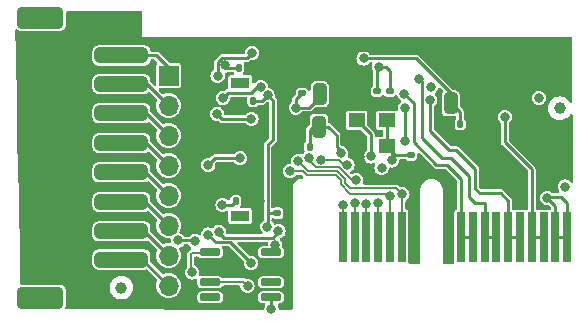
<source format=gbr>
%TF.GenerationSoftware,KiCad,Pcbnew,8.0.5*%
%TF.CreationDate,2024-11-05T15:42:22+00:00*%
%TF.ProjectId,ADE_Main_V4,4144455f-4d61-4696-9e5f-56342e6b6963,rev?*%
%TF.SameCoordinates,Original*%
%TF.FileFunction,Copper,L4,Bot*%
%TF.FilePolarity,Positive*%
%FSLAX46Y46*%
G04 Gerber Fmt 4.6, Leading zero omitted, Abs format (unit mm)*
G04 Created by KiCad (PCBNEW 8.0.5) date 2024-11-05 15:42:22*
%MOMM*%
%LPD*%
G01*
G04 APERTURE LIST*
G04 Aperture macros list*
%AMRoundRect*
0 Rectangle with rounded corners*
0 $1 Rounding radius*
0 $2 $3 $4 $5 $6 $7 $8 $9 X,Y pos of 4 corners*
0 Add a 4 corners polygon primitive as box body*
4,1,4,$2,$3,$4,$5,$6,$7,$8,$9,$2,$3,0*
0 Add four circle primitives for the rounded corners*
1,1,$1+$1,$2,$3*
1,1,$1+$1,$4,$5*
1,1,$1+$1,$6,$7*
1,1,$1+$1,$8,$9*
0 Add four rect primitives between the rounded corners*
20,1,$1+$1,$2,$3,$4,$5,0*
20,1,$1+$1,$4,$5,$6,$7,0*
20,1,$1+$1,$6,$7,$8,$9,0*
20,1,$1+$1,$8,$9,$2,$3,0*%
G04 Aperture macros list end*
%TA.AperFunction,ComponentPad*%
%ADD10C,0.600000*%
%TD*%
%TA.AperFunction,SMDPad,CuDef*%
%ADD11R,1.600000X0.900000*%
%TD*%
%TA.AperFunction,SMDPad,CuDef*%
%ADD12C,1.000000*%
%TD*%
%TA.AperFunction,SMDPad,CuDef*%
%ADD13RoundRect,0.250000X0.325000X0.650000X-0.325000X0.650000X-0.325000X-0.650000X0.325000X-0.650000X0*%
%TD*%
%TA.AperFunction,SMDPad,CuDef*%
%ADD14R,1.400000X1.200000*%
%TD*%
%TA.AperFunction,SMDPad,CuDef*%
%ADD15RoundRect,0.325000X1.925000X-0.325000X1.925000X0.325000X-1.925000X0.325000X-1.925000X-0.325000X0*%
%TD*%
%TA.AperFunction,SMDPad,CuDef*%
%ADD16RoundRect,0.300001X1.649999X-0.599999X1.649999X0.599999X-1.649999X0.599999X-1.649999X-0.599999X0*%
%TD*%
%TA.AperFunction,SMDPad,CuDef*%
%ADD17RoundRect,0.140000X-0.170000X0.140000X-0.170000X-0.140000X0.170000X-0.140000X0.170000X0.140000X0*%
%TD*%
%TA.AperFunction,ComponentPad*%
%ADD18R,1.700000X1.700000*%
%TD*%
%TA.AperFunction,ComponentPad*%
%ADD19O,1.700000X1.700000*%
%TD*%
%TA.AperFunction,SMDPad,CuDef*%
%ADD20RoundRect,0.140000X0.170000X-0.140000X0.170000X0.140000X-0.170000X0.140000X-0.170000X-0.140000X0*%
%TD*%
%TA.AperFunction,SMDPad,CuDef*%
%ADD21RoundRect,0.250000X-0.325000X-0.650000X0.325000X-0.650000X0.325000X0.650000X-0.325000X0.650000X0*%
%TD*%
%TA.AperFunction,ConnectorPad*%
%ADD22R,0.700000X4.300000*%
%TD*%
%TA.AperFunction,SMDPad,CuDef*%
%ADD23RoundRect,0.140000X-0.140000X-0.170000X0.140000X-0.170000X0.140000X0.170000X-0.140000X0.170000X0*%
%TD*%
%TA.AperFunction,SMDPad,CuDef*%
%ADD24RoundRect,0.140000X0.140000X0.170000X-0.140000X0.170000X-0.140000X-0.170000X0.140000X-0.170000X0*%
%TD*%
%TA.AperFunction,SMDPad,CuDef*%
%ADD25RoundRect,0.150000X-0.725000X-0.150000X0.725000X-0.150000X0.725000X0.150000X-0.725000X0.150000X0*%
%TD*%
%TA.AperFunction,ViaPad*%
%ADD26C,0.800000*%
%TD*%
%TA.AperFunction,Conductor*%
%ADD27C,0.250000*%
%TD*%
%TA.AperFunction,Conductor*%
%ADD28C,0.200000*%
%TD*%
G04 APERTURE END LIST*
D10*
%TO.P,U3,9,PAD*%
%TO.N,/UM*%
X-1180000Y36100000D03*
D11*
X-680000Y36100000D03*
D10*
X-180000Y36100000D03*
%TD*%
%TO.P,U1,9,PAD*%
%TO.N,/UM*%
X-1180000Y24810000D03*
D11*
X-680000Y24810000D03*
D10*
X-180000Y24810000D03*
%TD*%
D12*
%TO.P,FID3,*%
%TO.N,*%
X-10744200Y18745200D03*
%TD*%
D13*
%TO.P,C20,1*%
%TO.N,/AVDDOUT*%
X5975000Y32375000D03*
%TO.P,C20,2*%
%TO.N,GND*%
X3025000Y32375000D03*
%TD*%
D14*
%TO.P,Y2,1,TRI-STATE*%
%TO.N,+3V3*%
X11707500Y30725000D03*
%TO.P,Y2,2,GND*%
%TO.N,GND*%
X9167500Y30725000D03*
%TO.P,Y2,3,OUTPUT*%
%TO.N,/O_IN*%
X9167500Y32925000D03*
%TO.P,Y2,4,VDD*%
%TO.N,+3V3*%
X11707500Y32925000D03*
%TD*%
D15*
%TO.P,J1,1,Pin_1*%
%TO.N,/RRP*%
X-10750000Y38400000D03*
%TO.P,J1,2,Pin_2*%
%TO.N,/RRM*%
X-10750000Y36000000D03*
%TO.P,J1,3,Pin_3*%
%TO.N,/RSP*%
X-10750000Y33500000D03*
%TO.P,J1,4,Pin_4*%
%TO.N,/RSM*%
X-10750000Y31000000D03*
%TO.P,J1,5,Pin_5*%
%TO.N,/RTP*%
X-10750000Y28500000D03*
%TO.P,J1,6,Pin_6*%
%TO.N,/RTM*%
X-10750000Y26000000D03*
%TO.P,J1,7,Pin_7*%
%TO.N,/RNP*%
X-10750000Y23500000D03*
%TO.P,J1,8,Pin_8*%
%TO.N,/RNM*%
X-10750000Y21125000D03*
D16*
%TO.P,J1,MP*%
%TO.N,N/C*%
X-17600000Y17900000D03*
X-17600000Y41600000D03*
%TD*%
D17*
%TO.P,C29,1*%
%TO.N,GND*%
X2463800Y26009600D03*
%TO.P,C29,2*%
%TO.N,/UM*%
X2463800Y25049600D03*
%TD*%
D18*
%TO.P,J15,1,Pin_1*%
%TO.N,/RRP*%
X-6750200Y36692980D03*
D19*
%TO.P,J15,2,Pin_2*%
%TO.N,/RRM*%
X-6750200Y34152980D03*
%TO.P,J15,3,Pin_3*%
%TO.N,/RSP*%
X-6750200Y31612980D03*
%TO.P,J15,4,Pin_4*%
%TO.N,/RSM*%
X-6750200Y29072980D03*
%TO.P,J15,5,Pin_5*%
%TO.N,/RTP*%
X-6750200Y26532980D03*
%TO.P,J15,6,Pin_6*%
%TO.N,/RTM*%
X-6750200Y23992980D03*
%TO.P,J15,7,Pin_7*%
%TO.N,/RNP*%
X-6750200Y21452980D03*
%TO.P,J15,8,Pin_8*%
%TO.N,/RNM*%
X-6750200Y18912980D03*
%TD*%
D20*
%TO.P,C23,1*%
%TO.N,/REF*%
X4546600Y35207000D03*
%TO.P,C23,2*%
%TO.N,GND*%
X4546600Y36167000D03*
%TD*%
D17*
%TO.P,C15,1*%
%TO.N,+3V3*%
X11963400Y35377000D03*
%TO.P,C15,2*%
%TO.N,GND*%
X11963400Y34417000D03*
%TD*%
D21*
%TO.P,C22,1*%
%TO.N,/DVDDOUT*%
X17143200Y34366200D03*
%TO.P,C22,2*%
%TO.N,GND*%
X20093200Y34366200D03*
%TD*%
D22*
%TO.P,J2,B1*%
%TO.N,+3V3*%
X27000000Y23000000D03*
%TO.P,J2,B2*%
X26000000Y23000000D03*
%TO.P,J2,B3*%
%TO.N,/ADE_Reset*%
X25000000Y23000000D03*
%TO.P,J2,B4*%
X24000000Y23000000D03*
%TO.P,J2,B5*%
%TO.N,/MOSI*%
X23000000Y23000000D03*
%TO.P,J2,B6*%
X22000000Y23000000D03*
%TO.P,J2,B7*%
%TO.N,/SS*%
X21000000Y23000000D03*
%TO.P,J2,B8*%
X20000000Y23000000D03*
%TO.P,J2,B9*%
%TO.N,/MISO*%
X19000000Y23000000D03*
%TO.P,J2,B10*%
X18000000Y23000000D03*
%TO.P,J2,B11*%
%TO.N,GND*%
X17000000Y23000000D03*
%TO.P,J2,B12*%
X14000000Y23000000D03*
%TO.P,J2,B13*%
%TO.N,/UR-*%
X13000000Y23000000D03*
%TO.P,J2,B14*%
%TO.N,/UR+*%
X12000000Y23000000D03*
%TO.P,J2,B15*%
%TO.N,/US-*%
X11000000Y23000000D03*
%TO.P,J2,B16*%
%TO.N,/US+*%
X10000000Y23000000D03*
%TO.P,J2,B17*%
%TO.N,/UT-*%
X9000000Y23000000D03*
%TO.P,J2,B18*%
%TO.N,/UT+*%
X8000000Y23000000D03*
%TD*%
D17*
%TO.P,C17,1*%
%TO.N,+3V3*%
X10896600Y35377000D03*
%TO.P,C17,2*%
%TO.N,GND*%
X10896600Y34417000D03*
%TD*%
%TO.P,C14,1*%
%TO.N,+3V3*%
X13775000Y29980000D03*
%TO.P,C14,2*%
%TO.N,GND*%
X13775000Y29020000D03*
%TD*%
D23*
%TO.P,C30,1*%
%TO.N,GND*%
X-556200Y34544000D03*
%TO.P,C30,2*%
%TO.N,/UM*%
X403800Y34544000D03*
%TD*%
D24*
%TO.P,C19,1*%
%TO.N,/AVDDOUT*%
X5204400Y30683200D03*
%TO.P,C19,2*%
%TO.N,GND*%
X4244400Y30683200D03*
%TD*%
D25*
%TO.P,U4,1,NC*%
%TO.N,unconnected-(U4-NC-Pad1)*%
X-3235000Y17925000D03*
%TO.P,U4,2,CAP+*%
%TO.N,/C+*%
X-3235000Y19195000D03*
%TO.P,U4,3,GND*%
%TO.N,GND*%
X-3235000Y20465000D03*
%TO.P,U4,4,CAP-*%
%TO.N,/C-*%
X-3235000Y21735000D03*
%TO.P,U4,5,VOUT*%
%TO.N,/UM*%
X1915000Y21735000D03*
%TO.P,U4,6,LV*%
%TO.N,GND*%
X1915000Y20465000D03*
%TO.P,U4,7,OSC*%
%TO.N,unconnected-(U4-OSC-Pad7)*%
X1915000Y19195000D03*
%TO.P,U4,8,V+*%
%TO.N,+3V3*%
X1915000Y17925000D03*
%TD*%
D12*
%TO.P,FID2,*%
%TO.N,*%
X26365200Y33934400D03*
%TD*%
D24*
%TO.P,C28,1*%
%TO.N,GND*%
X-104200Y26085800D03*
%TO.P,C28,2*%
%TO.N,+3V3*%
X-1064200Y26085800D03*
%TD*%
%TO.P,C27,1*%
%TO.N,GND*%
X127000Y37363400D03*
%TO.P,C27,2*%
%TO.N,+3V3*%
X-833000Y37363400D03*
%TD*%
D21*
%TO.P,C24,1*%
%TO.N,/REF*%
X6043400Y35128200D03*
%TO.P,C24,2*%
%TO.N,GND*%
X8993400Y35128200D03*
%TD*%
D23*
%TO.P,C21,1*%
%TO.N,/DVDDOUT*%
X17935000Y32588200D03*
%TO.P,C21,2*%
%TO.N,GND*%
X18895000Y32588200D03*
%TD*%
D26*
%TO.N,GND*%
X12877800Y28778200D03*
X-16100000Y27403599D03*
X3048000Y37363400D03*
X-18640000Y32483599D03*
X12065000Y27940000D03*
X24540000Y32483599D03*
X-2540000Y39344600D03*
X-18640000Y24863599D03*
X17246600Y26085800D03*
X-18640000Y27403599D03*
X19460000Y37563599D03*
X4430000Y37400000D03*
X3200400Y19862800D03*
X-14440000Y37200000D03*
X13843000Y27762200D03*
X-14100000Y23060000D03*
X4428453Y33111500D03*
X17018000Y27711400D03*
X-13450000Y18140000D03*
X16920000Y37563599D03*
X-18640000Y29943599D03*
X390000Y17940000D03*
X9457677Y29825500D03*
X16459200Y32664400D03*
X5540000Y38930000D03*
X-13560000Y27403599D03*
X-16100000Y32483599D03*
X13868400Y25908000D03*
X-18640000Y37563599D03*
X-18640000Y22323599D03*
X-16100000Y24863599D03*
X-18640000Y19783599D03*
X1001000Y26060000D03*
X-13560000Y24863599D03*
X-16100000Y22323599D03*
X24540000Y37563599D03*
X670000Y28320000D03*
X-16100000Y29943599D03*
X-5230000Y25880000D03*
X660000Y31690000D03*
X-13560000Y40103599D03*
X-18640000Y35023599D03*
X-16100000Y19783599D03*
X1850000Y39045500D03*
X-11020000Y40103599D03*
X-13560000Y19783599D03*
X-16100000Y35023599D03*
X-16100000Y37563599D03*
X20497800Y32283400D03*
X-14520000Y29090000D03*
%TO.N,+3V3*%
X1955800Y16967200D03*
X26797000Y27305000D03*
X25298400Y26339800D03*
X11050000Y37425000D03*
X15443200Y35737800D03*
X24587200Y34823400D03*
X11277600Y28854400D03*
X-2190000Y25740000D03*
X12166600Y29514800D03*
X-1975500Y37553372D03*
%TO.N,/AVDDOUT*%
X7863900Y30124400D03*
%TO.N,/DVDDOUT*%
X9753600Y38150800D03*
%TO.N,/REF*%
X4013200Y33985200D03*
%TO.N,/ISP*%
X1040000Y35730000D03*
X-2150000Y34820000D03*
%TO.N,/INP*%
X2550000Y23540000D03*
X-2510000Y23480000D03*
%TO.N,/UR+*%
X11970000Y26540000D03*
X3524020Y28620000D03*
%TO.N,/US+*%
X10000000Y25800000D03*
X9143911Y27833911D03*
X5100000Y29720000D03*
%TO.N,/UT+*%
X8050000Y25740000D03*
%TO.N,/ADE_Reset*%
X21717000Y33197800D03*
%TO.N,/O_IN*%
X10375000Y29850000D03*
%TO.N,Net-(U1A--)*%
X-3410000Y23230000D03*
X230000Y20824500D03*
%TO.N,Net-(U3A--)*%
X260000Y33020000D03*
X-2650000Y33470000D03*
%TO.N,Net-(U1B--)*%
X-700000Y29710000D03*
X-3390000Y29150000D03*
%TO.N,/SCLK*%
X13250000Y33950000D03*
X13225000Y31200000D03*
%TO.N,/MISO*%
X13214638Y35157566D03*
%TO.N,/MOSI*%
X15409211Y34609211D03*
%TO.N,/SS*%
X14459548Y36442005D03*
%TO.N,/RN*%
X-5934500Y22738843D03*
X-4520000Y22670000D03*
%TO.N,Net-(U3B--)*%
X309163Y38610563D03*
X-2600000Y36690000D03*
%TO.N,/UM*%
X1610000Y23910000D03*
X1625500Y35047145D03*
X2277484Y22357547D03*
%TO.N,/C+*%
X-70000Y18890000D03*
%TO.N,/UR-*%
X4230000Y29490000D03*
X13040000Y26640000D03*
%TO.N,/US-*%
X11000000Y25870000D03*
X6182300Y29546200D03*
X8393411Y29123411D03*
%TO.N,/UT-*%
X9020000Y25950000D03*
%TO.N,/C-*%
X-4765656Y20033911D03*
%TD*%
D27*
%TO.N,GND*%
X17000000Y25839200D02*
X17246600Y26085800D01*
X9167500Y30725000D02*
X9167500Y30115677D01*
X1915000Y20465000D02*
X2598200Y20465000D01*
X2598200Y20465000D02*
X3200400Y19862800D01*
X3025000Y32375000D02*
X3691953Y32375000D01*
X13775000Y29020000D02*
X13119600Y29020000D01*
X14000000Y23000000D02*
X14000000Y25776400D01*
X975200Y26085800D02*
X1001000Y26060000D01*
X14000000Y25776400D02*
X13868400Y25908000D01*
X3691953Y32375000D02*
X4428453Y33111500D01*
X-104200Y26085800D02*
X975200Y26085800D01*
X17000000Y23000000D02*
X17000000Y25839200D01*
X13119600Y29020000D02*
X12877800Y28778200D01*
X9167500Y30925000D02*
X9300000Y30925000D01*
%TO.N,+3V3*%
X12166600Y29514800D02*
X12166600Y30265900D01*
X-1410000Y25740000D02*
X-1064200Y26085800D01*
X10896600Y37271600D02*
X10896600Y35377000D01*
X26492200Y26416000D02*
X25374600Y26416000D01*
X26000000Y23000000D02*
X26000000Y25638200D01*
X1955800Y17884200D02*
X1915000Y17925000D01*
X11707500Y32925000D02*
X11707500Y30725000D01*
X11050000Y37425000D02*
X10896600Y37271600D01*
X11050000Y37425000D02*
X11647800Y37425000D01*
X1955800Y16967200D02*
X1955800Y17884200D01*
X-2190000Y25740000D02*
X-1410000Y25740000D01*
X27000000Y25908200D02*
X26492200Y26416000D01*
X-1785528Y37363400D02*
X-1975500Y37553372D01*
X12452500Y29980000D02*
X11707500Y30725000D01*
X25374600Y26416000D02*
X25298400Y26339800D01*
X27000000Y23000000D02*
X27000000Y25908200D01*
X1915000Y17925000D02*
X1915000Y17895000D01*
X27000000Y23000000D02*
X26000000Y23000000D01*
X26000000Y25638200D02*
X25298400Y26339800D01*
X13775000Y29980000D02*
X12452500Y29980000D01*
X12166600Y30265900D02*
X11707500Y30725000D01*
X-833000Y37363400D02*
X-1785528Y37363400D01*
X11963400Y37109400D02*
X11963400Y35377000D01*
X11647800Y37425000D02*
X11963400Y37109400D01*
%TO.N,/AVDDOUT*%
X5451000Y32375000D02*
X5975000Y32375000D01*
X6766400Y32375000D02*
X5975000Y32375000D01*
X7467600Y31673800D02*
X6766400Y32375000D01*
X5204400Y32128400D02*
X5451000Y32375000D01*
X7863900Y30286900D02*
X7467600Y30683200D01*
X5204400Y30683200D02*
X5204400Y32128400D01*
X7467600Y30683200D02*
X7467600Y31673800D01*
X7863900Y30124400D02*
X7863900Y30286900D01*
%TO.N,/DVDDOUT*%
X17935000Y32588200D02*
X17935000Y33574400D01*
X17935000Y33574400D02*
X17143200Y34366200D01*
X17143200Y35206200D02*
X17143200Y34366200D01*
X14198600Y38150800D02*
X17143200Y35206200D01*
X9753600Y38150800D02*
X14198600Y38150800D01*
%TO.N,/REF*%
X5156200Y33985200D02*
X6043400Y34872400D01*
X6043400Y34872400D02*
X6043400Y35128200D01*
X4013200Y33985200D02*
X4013200Y34673600D01*
X4013200Y34673600D02*
X4546600Y35207000D01*
X4013200Y33985200D02*
X5156200Y33985200D01*
%TO.N,/ISP*%
X1040000Y35730000D02*
X728800Y35730000D01*
X-1422400Y35204400D02*
X-1473200Y35255200D01*
X-1714800Y35255200D02*
X-2150000Y34820000D01*
X-1473200Y35255200D02*
X-1714800Y35255200D01*
X728800Y35730000D02*
X203200Y35204400D01*
X203200Y35204400D02*
X-1422400Y35204400D01*
%TO.N,/INP*%
X-2510000Y23360000D02*
X-2100000Y22950000D01*
X-2100000Y22950000D02*
X2080000Y22950000D01*
X2080000Y22950000D02*
X2550000Y23420000D01*
X-2510000Y23480000D02*
X-2510000Y23360000D01*
X2550000Y23420000D02*
X2550000Y23540000D01*
D28*
%TO.N,/UR+*%
X4950000Y28270000D02*
X7426414Y28270000D01*
X8640000Y26690000D02*
X7818207Y27511793D01*
X12000000Y26510000D02*
X11970000Y26540000D01*
X3524020Y28620000D02*
X4600000Y28620000D01*
X11970000Y26540000D02*
X11820000Y26690000D01*
X4600000Y28620000D02*
X4950000Y28270000D01*
X11820000Y26690000D02*
X8640000Y26690000D01*
X7818207Y27511793D02*
X7818207Y27878207D01*
X12000000Y23000000D02*
X12000000Y26510000D01*
X7426414Y28270000D02*
X7818207Y27878207D01*
%TO.N,/US+*%
X5100000Y29540000D02*
X5100000Y29720000D01*
X9143911Y27833911D02*
X8786089Y27833911D01*
X8786089Y27833911D02*
X7673311Y28946689D01*
X7673311Y28946689D02*
X5693311Y28946689D01*
X10000000Y23000000D02*
X10000000Y25800000D01*
X5693311Y28946689D02*
X5100000Y29540000D01*
D27*
%TO.N,/RSP*%
X-6750200Y31612980D02*
X-8637220Y33500000D01*
%TO.N,/RSM*%
X-6750200Y29072980D02*
X-8677220Y31000000D01*
%TO.N,/RTP*%
X-6750200Y26532980D02*
X-8717220Y28500000D01*
%TO.N,/RTM*%
X-6750200Y23992980D02*
X-8757220Y26000000D01*
%TO.N,/RRP*%
X-6750200Y37350200D02*
X-7800000Y38400000D01*
X-7800000Y38400000D02*
X-10750000Y38400000D01*
X-6750200Y36692980D02*
X-6750200Y37350200D01*
%TO.N,/RRM*%
X-8370000Y35780000D02*
X-8370000Y35772780D01*
X-8370000Y35772780D02*
X-6750200Y34152980D01*
X-8590000Y36000000D02*
X-8370000Y35780000D01*
X-10750000Y36000000D02*
X-8590000Y36000000D01*
%TO.N,/RNP*%
X-6750200Y21452980D02*
X-8797220Y23500000D01*
%TO.N,/RNM*%
X-6750200Y18912980D02*
X-8962220Y21125000D01*
D28*
%TO.N,/UT+*%
X8000000Y23000000D02*
X8000000Y25690000D01*
X8000000Y25690000D02*
X8050000Y25740000D01*
D27*
%TO.N,/ADE_Reset*%
X21717000Y31058000D02*
X24000000Y28775000D01*
X24000000Y28775000D02*
X24000000Y23000000D01*
X21717000Y33197800D02*
X21717000Y31058000D01*
X25000000Y23000000D02*
X24000000Y23000000D01*
%TO.N,/O_IN*%
X10375000Y29850000D02*
X10375000Y31717500D01*
X10375000Y31717500D02*
X9167500Y32925000D01*
%TO.N,Net-(U1A--)*%
X-3410000Y23230000D02*
X-2780480Y22600480D01*
X-1545980Y22600480D02*
X230000Y20824500D01*
X-2780480Y22600480D02*
X-1545980Y22600480D01*
%TO.N,Net-(U3A--)*%
X-2200000Y33020000D02*
X-2650000Y33470000D01*
X260000Y33020000D02*
X-2200000Y33020000D01*
%TO.N,Net-(U1B--)*%
X-2830000Y29710000D02*
X-3390000Y29150000D01*
X-700000Y29710000D02*
X-2830000Y29710000D01*
%TO.N,/SCLK*%
X13225000Y33925000D02*
X13225000Y31200000D01*
%TO.N,/MISO*%
X15925000Y29150000D02*
X14000000Y31075000D01*
X14000000Y34372204D02*
X13214638Y35157566D01*
X16825000Y29150000D02*
X15925000Y29150000D01*
X19000000Y23000000D02*
X18000000Y23000000D01*
X14000000Y31075000D02*
X14000000Y34372204D01*
X18000000Y27975000D02*
X16825000Y29150000D01*
X18000000Y23000000D02*
X18000000Y27975000D01*
%TO.N,/MOSI*%
X19200000Y28800000D02*
X19200000Y27125000D01*
X19575000Y26750000D02*
X21350000Y26750000D01*
X15409211Y34609211D02*
X15409211Y31965789D01*
X21350000Y26750000D02*
X22000000Y26100000D01*
X22000000Y26100000D02*
X22000000Y23000000D01*
X16950000Y30425000D02*
X17575000Y30425000D01*
X17575000Y30425000D02*
X19200000Y28800000D01*
X15409211Y31965789D02*
X16950000Y30425000D01*
X23000000Y23000000D02*
X22000000Y23000000D01*
X19200000Y27125000D02*
X19575000Y26750000D01*
%TO.N,/SS*%
X20000000Y23000000D02*
X21000000Y23000000D01*
X18700000Y26400000D02*
X19225000Y25875000D01*
X17200000Y29700000D02*
X18700000Y28200000D01*
X14700000Y31400000D02*
X16400000Y29700000D01*
X20000000Y25875000D02*
X20000000Y23000000D01*
X14459548Y36442005D02*
X14700000Y36201553D01*
X14700000Y36201553D02*
X14700000Y31400000D01*
X19225000Y25875000D02*
X20000000Y25875000D01*
X16400000Y29700000D02*
X17200000Y29700000D01*
X18700000Y28200000D02*
X18700000Y26400000D01*
%TO.N,/RN*%
X-4520000Y22670000D02*
X-4590000Y22740000D01*
X-5933343Y22740000D02*
X-5934500Y22738843D01*
X-4590000Y22740000D02*
X-5933343Y22740000D01*
%TO.N,Net-(U3B--)*%
X-2600000Y37812065D02*
X-2234182Y38177883D01*
X-123517Y38177883D02*
X309163Y38610563D01*
X-2600000Y36690000D02*
X-2600000Y37812065D01*
X-2234182Y38177883D02*
X-123517Y38177883D01*
%TO.N,/UM*%
X2108200Y34564445D02*
X1625500Y35047145D01*
X1122355Y34544000D02*
X1625500Y35047145D01*
X1610000Y23910000D02*
X1625500Y23925500D01*
X2277484Y22357547D02*
X2277484Y22097484D01*
X2277484Y22097484D02*
X1915000Y21735000D01*
X2463800Y25049600D02*
X1757800Y25049600D01*
X1625500Y30810100D02*
X2108200Y31292800D01*
X403800Y34544000D02*
X1122355Y34544000D01*
X1625500Y23925500D02*
X1625500Y24917300D01*
X2108200Y31292800D02*
X2108200Y34564445D01*
X1757800Y25049600D02*
X1625500Y24917300D01*
X1625500Y24917300D02*
X1625500Y30810100D01*
D28*
%TO.N,/C+*%
X-70000Y18890000D02*
X-420000Y19240000D01*
X-420000Y19240000D02*
X-3190000Y19240000D01*
X-3190000Y19240000D02*
X-3235000Y19195000D01*
%TO.N,/UR-*%
X13000000Y23000000D02*
X13000000Y26600000D01*
X13040000Y26640000D02*
X12520000Y27160000D01*
X7472831Y28647169D02*
X5072831Y28647169D01*
X8600000Y27160000D02*
X8170000Y27590000D01*
X13000000Y26600000D02*
X13040000Y26640000D01*
X12520000Y27160000D02*
X8600000Y27160000D01*
X5072831Y28647169D02*
X4230000Y29490000D01*
X8170000Y27590000D02*
X8170000Y27950000D01*
X8170000Y27950000D02*
X7472831Y28647169D01*
%TO.N,/US-*%
X8540000Y29270000D02*
X8393411Y29123411D01*
X7683800Y29546200D02*
X7960000Y29270000D01*
X7960000Y29270000D02*
X8540000Y29270000D01*
X11000000Y25870000D02*
X11000000Y23000000D01*
X6182300Y29546200D02*
X7683800Y29546200D01*
%TO.N,/UT-*%
X9020000Y25950000D02*
X9000000Y25930000D01*
X9000000Y25930000D02*
X9000000Y23550000D01*
%TO.N,/C-*%
X-4880000Y20148255D02*
X-4880000Y21550000D01*
X-4880000Y21550000D02*
X-4740000Y21690000D01*
X-4765656Y20033911D02*
X-4880000Y20148255D01*
X-4740000Y21690000D02*
X-3280000Y21690000D01*
X-3280000Y21690000D02*
X-3235000Y21735000D01*
%TD*%
%TA.AperFunction,Conductor*%
%TO.N,GND*%
G36*
X-9059161Y42184620D02*
G01*
X-9012025Y42131528D01*
X-9000000Y42077809D01*
X-9000000Y40000000D01*
X27279762Y40000000D01*
X27347883Y39979998D01*
X27394376Y39926342D01*
X27405759Y39874921D01*
X27444740Y34541072D01*
X27425236Y34472807D01*
X27371921Y34425923D01*
X27301723Y34415306D01*
X27236929Y34444326D01*
X27207621Y34480755D01*
X27201110Y34492938D01*
X27076083Y34645283D01*
X26923738Y34770310D01*
X26749927Y34863214D01*
X26561332Y34920424D01*
X26561326Y34920424D01*
X26561325Y34920425D01*
X26365203Y34939741D01*
X26365197Y34939741D01*
X26169075Y34920425D01*
X26169073Y34920425D01*
X26169070Y34920424D01*
X26169068Y34920424D01*
X25980473Y34863214D01*
X25806662Y34770310D01*
X25654317Y34645283D01*
X25551764Y34520322D01*
X25529290Y34492938D01*
X25436386Y34319128D01*
X25379174Y34130526D01*
X25379174Y34130524D01*
X25359859Y33934403D01*
X25359859Y33934396D01*
X25379174Y33738275D01*
X25379174Y33738273D01*
X25436386Y33549671D01*
X25529290Y33375861D01*
X25654317Y33223517D01*
X25806661Y33098490D01*
X25980471Y33005586D01*
X26169074Y32948374D01*
X26365197Y32929059D01*
X26365200Y32929059D01*
X26365203Y32929059D01*
X26561324Y32948374D01*
X26561326Y32948374D01*
X26749928Y33005586D01*
X26923738Y33098490D01*
X26937402Y33109704D01*
X27076083Y33223517D01*
X27201110Y33375862D01*
X27216355Y33404384D01*
X27266105Y33455032D01*
X27335342Y33470743D01*
X27402081Y33446528D01*
X27445134Y33390075D01*
X27453474Y33345910D01*
X27494336Y27754743D01*
X27474832Y27686478D01*
X27421518Y27639594D01*
X27351319Y27628977D01*
X27286525Y27657997D01*
X27268382Y27677111D01*
X27225282Y27733282D01*
X27099841Y27829536D01*
X26953762Y27890044D01*
X26797000Y27910682D01*
X26640238Y27890044D01*
X26494159Y27829536D01*
X26368718Y27733282D01*
X26272465Y27607842D01*
X26272463Y27607839D01*
X26211955Y27461760D01*
X26191318Y27305000D01*
X26191318Y27304999D01*
X26211955Y27148239D01*
X26272463Y27002160D01*
X26272468Y27002152D01*
X26316934Y26944204D01*
X26342535Y26877984D01*
X26328270Y26808435D01*
X26278669Y26757639D01*
X26216972Y26741500D01*
X25804096Y26741500D01*
X25735975Y26761502D01*
X25727392Y26767537D01*
X25726682Y26768082D01*
X25601241Y26864336D01*
X25455162Y26924844D01*
X25298400Y26945482D01*
X25141638Y26924844D01*
X24995559Y26864336D01*
X24870118Y26768082D01*
X24799818Y26676465D01*
X24773865Y26642642D01*
X24773863Y26642639D01*
X24713355Y26496560D01*
X24692718Y26339800D01*
X24692718Y26339799D01*
X24713355Y26183039D01*
X24773863Y26036960D01*
X24773865Y26036957D01*
X24870118Y25911518D01*
X24995557Y25815265D01*
X24995560Y25815263D01*
X25141639Y25754755D01*
X25298400Y25734118D01*
X25298402Y25734118D01*
X25365239Y25742917D01*
X25435388Y25731977D01*
X25470780Y25707090D01*
X25627981Y25549889D01*
X25662007Y25487577D01*
X25656942Y25416762D01*
X25614395Y25359926D01*
X25582391Y25345657D01*
X25583237Y25343617D01*
X25571771Y25338867D01*
X25571769Y25338867D01*
X25570813Y25338228D01*
X25570002Y25337686D01*
X25565566Y25336297D01*
X25560306Y25334118D01*
X25560110Y25334588D01*
X25502249Y25316471D01*
X25433782Y25335254D01*
X25429998Y25337686D01*
X25428231Y25338867D01*
X25369748Y25350500D01*
X24630252Y25350500D01*
X24571769Y25338867D01*
X24570813Y25338228D01*
X24570002Y25337686D01*
X24565566Y25336297D01*
X24560306Y25334118D01*
X24560110Y25334588D01*
X24502249Y25316471D01*
X24433782Y25335254D01*
X24429998Y25337686D01*
X24428231Y25338867D01*
X24427208Y25339070D01*
X24426920Y25339128D01*
X24424333Y25340481D01*
X24416763Y25343617D01*
X24417043Y25344294D01*
X24364010Y25372035D01*
X24328877Y25433729D01*
X24325500Y25462707D01*
X24325500Y28724412D01*
X24325501Y28724430D01*
X24325501Y28817852D01*
X24325500Y28817855D01*
X24323719Y28824500D01*
X24303318Y28900638D01*
X24286507Y28929756D01*
X24260465Y28974862D01*
X24199862Y29035465D01*
X24189495Y29045832D01*
X24189485Y29045839D01*
X22079403Y31155922D01*
X22045379Y31218232D01*
X22042500Y31245015D01*
X22042500Y32628514D01*
X22062502Y32696635D01*
X22091796Y32728476D01*
X22145279Y32769515D01*
X22145280Y32769516D01*
X22145282Y32769518D01*
X22241536Y32894959D01*
X22302044Y33041038D01*
X22322682Y33197800D01*
X22302044Y33354562D01*
X22241536Y33500641D01*
X22145282Y33626082D01*
X22019841Y33722336D01*
X21873762Y33782844D01*
X21717000Y33803482D01*
X21560238Y33782844D01*
X21414159Y33722336D01*
X21288718Y33626082D01*
X21194518Y33503318D01*
X21192465Y33500642D01*
X21192463Y33500639D01*
X21131955Y33354560D01*
X21111318Y33197800D01*
X21111318Y33197799D01*
X21131955Y33041039D01*
X21192463Y32894960D01*
X21192465Y32894957D01*
X21288720Y32769515D01*
X21342204Y32728476D01*
X21384071Y32671138D01*
X21391500Y32628514D01*
X21391500Y31100853D01*
X21391500Y31015147D01*
X21413682Y30932361D01*
X21413683Y30932359D01*
X21413684Y30932356D01*
X21456532Y30858141D01*
X21456540Y30858131D01*
X23637595Y28677077D01*
X23671621Y28614765D01*
X23674500Y28587982D01*
X23674500Y25462707D01*
X23654498Y25394586D01*
X23600842Y25348093D01*
X23573080Y25339128D01*
X23572721Y25339056D01*
X23571769Y25338867D01*
X23570813Y25338228D01*
X23570002Y25337686D01*
X23565566Y25336297D01*
X23560306Y25334118D01*
X23560110Y25334588D01*
X23502249Y25316471D01*
X23433782Y25335254D01*
X23429998Y25337686D01*
X23428231Y25338867D01*
X23369748Y25350500D01*
X22630252Y25350500D01*
X22571769Y25338867D01*
X22570813Y25338228D01*
X22570002Y25337686D01*
X22565566Y25336297D01*
X22560306Y25334118D01*
X22560110Y25334588D01*
X22502249Y25316471D01*
X22433782Y25335254D01*
X22429998Y25337686D01*
X22428231Y25338867D01*
X22427208Y25339070D01*
X22426920Y25339128D01*
X22424333Y25340481D01*
X22416763Y25343617D01*
X22417043Y25344294D01*
X22364010Y25372035D01*
X22328877Y25433729D01*
X22325500Y25462707D01*
X22325500Y26142850D01*
X22325499Y26142857D01*
X22317466Y26172840D01*
X22304924Y26219645D01*
X22303318Y26225639D01*
X22275187Y26274362D01*
X22275187Y26274363D01*
X22260468Y26299857D01*
X22260467Y26299857D01*
X22260465Y26299862D01*
X22199862Y26360465D01*
X22189496Y26370831D01*
X22189486Y26370838D01*
X21549862Y27010465D01*
X21475639Y27053318D01*
X21392853Y27075500D01*
X21392851Y27075500D01*
X19762017Y27075500D01*
X19693896Y27095502D01*
X19672922Y27112405D01*
X19562405Y27222922D01*
X19528379Y27285234D01*
X19525500Y27312017D01*
X19525500Y28842850D01*
X19525499Y28842857D01*
X19514391Y28884317D01*
X19503319Y28925636D01*
X19503318Y28925636D01*
X19503318Y28925639D01*
X19460465Y28999862D01*
X17774862Y30685465D01*
X17700639Y30728318D01*
X17617853Y30750500D01*
X17617851Y30750500D01*
X17137016Y30750500D01*
X17068895Y30770502D01*
X17047921Y30787405D01*
X15771616Y32063710D01*
X15737590Y32126022D01*
X15734711Y32152805D01*
X15734711Y34039925D01*
X15754713Y34108046D01*
X15784007Y34139887D01*
X15837490Y34180926D01*
X15837491Y34180927D01*
X15837493Y34180929D01*
X15933747Y34306370D01*
X15994255Y34452449D01*
X16014893Y34609211D01*
X15994255Y34765973D01*
X15933747Y34912052D01*
X15837493Y35037493D01*
X15807506Y35060502D01*
X15765639Y35117840D01*
X15761417Y35188711D01*
X15796181Y35250614D01*
X15807506Y35260428D01*
X15871482Y35309518D01*
X15967736Y35434959D01*
X16028244Y35581038D01*
X16028245Y35581042D01*
X16030382Y35589016D01*
X16033313Y35588230D01*
X16056170Y35639892D01*
X16115436Y35678982D01*
X16186428Y35679824D01*
X16241461Y35647610D01*
X16442592Y35446479D01*
X16476618Y35384167D01*
X16471553Y35313352D01*
X16454877Y35282563D01*
X16415406Y35229081D01*
X16370555Y35100904D01*
X16370554Y35100900D01*
X16367700Y35070466D01*
X16367700Y33661933D01*
X16370554Y33631499D01*
X16370555Y33631495D01*
X16415406Y33503318D01*
X16415408Y33503314D01*
X16496049Y33394049D01*
X16605314Y33313408D01*
X16605318Y33313406D01*
X16733495Y33268555D01*
X16733499Y33268554D01*
X16763933Y33265700D01*
X17483500Y33265700D01*
X17551621Y33245698D01*
X17598114Y33192042D01*
X17609500Y33139700D01*
X17609500Y33106431D01*
X17589498Y33038310D01*
X17572595Y33017336D01*
X17511776Y32956517D01*
X17461027Y32847685D01*
X17454500Y32798105D01*
X17454500Y32378301D01*
X17454501Y32378289D01*
X17461027Y32328716D01*
X17461029Y32328710D01*
X17511776Y32219882D01*
X17596682Y32134976D01*
X17705514Y32084227D01*
X17748572Y32078559D01*
X17755099Y32077700D01*
X17755100Y32077700D01*
X18114898Y32077700D01*
X18114910Y32077701D01*
X18164483Y32084227D01*
X18164485Y32084227D01*
X18164487Y32084228D01*
X18226433Y32113114D01*
X18273317Y32134976D01*
X18358223Y32219882D01*
X18370761Y32246769D01*
X18408972Y32328713D01*
X18415500Y32378299D01*
X18415499Y32798100D01*
X18415259Y32799921D01*
X18413048Y32816713D01*
X18408972Y32847687D01*
X18358224Y32956516D01*
X18358222Y32956518D01*
X18297405Y33017336D01*
X18263379Y33079648D01*
X18260500Y33106431D01*
X18260500Y33617251D01*
X18260500Y33617253D01*
X18238318Y33700038D01*
X18230334Y33713866D01*
X18216242Y33738275D01*
X18195465Y33774262D01*
X18134862Y33834865D01*
X17955605Y34014122D01*
X17921579Y34076434D01*
X17918700Y34103217D01*
X17918700Y34823400D01*
X23981518Y34823400D01*
X23981518Y34823399D01*
X24002155Y34666639D01*
X24062663Y34520560D01*
X24062665Y34520557D01*
X24158918Y34395118D01*
X24284357Y34298865D01*
X24284360Y34298863D01*
X24430439Y34238355D01*
X24587200Y34217718D01*
X24743960Y34238355D01*
X24890039Y34298863D01*
X24890042Y34298865D01*
X24916448Y34319127D01*
X25015482Y34395118D01*
X25111736Y34520559D01*
X25172244Y34666638D01*
X25185766Y34769346D01*
X25192882Y34823399D01*
X25192882Y34823400D01*
X25188209Y34858898D01*
X25172244Y34980162D01*
X25111736Y35126241D01*
X25015482Y35251682D01*
X24890041Y35347936D01*
X24743962Y35408444D01*
X24587200Y35429082D01*
X24430438Y35408444D01*
X24284359Y35347936D01*
X24158918Y35251682D01*
X24064176Y35128211D01*
X24062665Y35126242D01*
X24062663Y35126239D01*
X24002155Y34980160D01*
X23981518Y34823400D01*
X17918700Y34823400D01*
X17918700Y35070464D01*
X17918700Y35070466D01*
X17915846Y35100899D01*
X17870993Y35229082D01*
X17831522Y35282563D01*
X17790350Y35338350D01*
X17681085Y35418991D01*
X17681084Y35418991D01*
X17681082Y35418993D01*
X17552899Y35463846D01*
X17522466Y35466700D01*
X17522464Y35466700D01*
X17395217Y35466700D01*
X17327096Y35486702D01*
X17306122Y35503605D01*
X14398468Y38411259D01*
X14398462Y38411265D01*
X14324239Y38454118D01*
X14241453Y38476300D01*
X14241451Y38476300D01*
X10322886Y38476300D01*
X10254765Y38496302D01*
X10222924Y38525596D01*
X10181884Y38579079D01*
X10181882Y38579082D01*
X10056441Y38675336D01*
X9910362Y38735844D01*
X9753600Y38756482D01*
X9596838Y38735844D01*
X9450759Y38675336D01*
X9325318Y38579082D01*
X9250211Y38481200D01*
X9229065Y38453642D01*
X9229063Y38453639D01*
X9168555Y38307560D01*
X9147918Y38150800D01*
X9147918Y38150799D01*
X9168555Y37994039D01*
X9229063Y37847960D01*
X9229065Y37847957D01*
X9325318Y37722518D01*
X9450757Y37626265D01*
X9450760Y37626263D01*
X9596839Y37565755D01*
X9753600Y37545118D01*
X9910360Y37565755D01*
X10056439Y37626263D01*
X10056442Y37626265D01*
X10181882Y37722518D01*
X10181884Y37722520D01*
X10222924Y37776004D01*
X10280262Y37817871D01*
X10322886Y37825300D01*
X10377261Y37825300D01*
X10445382Y37805298D01*
X10491875Y37751642D01*
X10501979Y37681368D01*
X10493671Y37651086D01*
X10470810Y37595895D01*
X10464955Y37581760D01*
X10444318Y37425000D01*
X10444318Y37424999D01*
X10464955Y37268239D01*
X10525462Y37122162D01*
X10545065Y37096614D01*
X10570663Y37030393D01*
X10571100Y37019913D01*
X10571100Y35895230D01*
X10551098Y35827109D01*
X10534195Y35806134D01*
X10528285Y35800224D01*
X10528284Y35800224D01*
X10475621Y35747561D01*
X10443376Y35715316D01*
X10392627Y35606485D01*
X10386100Y35556904D01*
X10386100Y35197101D01*
X10386101Y35197089D01*
X10392627Y35147516D01*
X10392629Y35147510D01*
X10443376Y35038682D01*
X10528282Y34953776D01*
X10637114Y34903027D01*
X10680172Y34897359D01*
X10686699Y34896500D01*
X10686700Y34896500D01*
X11106498Y34896500D01*
X11106510Y34896501D01*
X11156083Y34903027D01*
X11156085Y34903027D01*
X11156087Y34903028D01*
X11193395Y34920425D01*
X11264917Y34953776D01*
X11340905Y35029764D01*
X11403217Y35063790D01*
X11474032Y35058725D01*
X11519095Y35029764D01*
X11595081Y34953777D01*
X11595082Y34953776D01*
X11703914Y34903027D01*
X11746972Y34897359D01*
X11753499Y34896500D01*
X11753500Y34896500D01*
X12173298Y34896500D01*
X12173310Y34896501D01*
X12222883Y34903027D01*
X12222885Y34903027D01*
X12222887Y34903028D01*
X12260195Y34920425D01*
X12331717Y34953776D01*
X12422781Y35044840D01*
X12485093Y35078866D01*
X12555908Y35073801D01*
X12612744Y35031254D01*
X12628285Y35003964D01*
X12629594Y35000804D01*
X12690102Y34854725D01*
X12690103Y34854724D01*
X12690103Y34854723D01*
X12786356Y34729283D01*
X12902481Y34640177D01*
X12944348Y34582839D01*
X12948569Y34511968D01*
X12913804Y34450065D01*
X12902486Y34440258D01*
X12821718Y34378282D01*
X12749014Y34283532D01*
X12725465Y34252842D01*
X12725463Y34252839D01*
X12664955Y34106760D01*
X12644318Y33950000D01*
X12644318Y33949998D01*
X12657859Y33847139D01*
X12646919Y33776991D01*
X12599791Y33723893D01*
X12531437Y33704703D01*
X12497928Y33711577D01*
X12497902Y33711446D01*
X12485731Y33713866D01*
X12485731Y33713867D01*
X12427248Y33725500D01*
X10987752Y33725500D01*
X10929269Y33713867D01*
X10862948Y33669552D01*
X10837519Y33631495D01*
X10818633Y33603231D01*
X10818632Y33603228D01*
X10807000Y33544750D01*
X10807000Y32305249D01*
X10818632Y32246771D01*
X10818633Y32246768D01*
X10862948Y32180448D01*
X10929268Y32136133D01*
X10929271Y32136132D01*
X10987749Y32124500D01*
X10987752Y32124500D01*
X11256000Y32124500D01*
X11324121Y32104498D01*
X11370614Y32050842D01*
X11382000Y31998500D01*
X11382000Y31651500D01*
X11361998Y31583379D01*
X11308342Y31536886D01*
X11256000Y31525500D01*
X10987752Y31525500D01*
X10929269Y31513867D01*
X10896499Y31491971D01*
X10828750Y31470757D01*
X10760283Y31489539D01*
X10712839Y31542356D01*
X10700500Y31596737D01*
X10700500Y31760351D01*
X10700499Y31760356D01*
X10693886Y31785037D01*
X10693885Y31785038D01*
X10693884Y31785044D01*
X10678318Y31843139D01*
X10635465Y31917362D01*
X10104903Y32447923D01*
X10070880Y32510234D01*
X10068000Y32537017D01*
X10068000Y33544746D01*
X10068000Y33544748D01*
X10056367Y33603231D01*
X10012052Y33669552D01*
X9945731Y33713867D01*
X9887248Y33725500D01*
X8447752Y33725500D01*
X8389269Y33713867D01*
X8322948Y33669552D01*
X8297519Y33631495D01*
X8278633Y33603231D01*
X8278632Y33603228D01*
X8267000Y33544750D01*
X8267000Y32305249D01*
X8278632Y32246771D01*
X8278633Y32246768D01*
X8322948Y32180448D01*
X8389268Y32136133D01*
X8389271Y32136132D01*
X8447749Y32124500D01*
X8447752Y32124500D01*
X9455483Y32124500D01*
X9523604Y32104498D01*
X9544578Y32087595D01*
X10012595Y31619578D01*
X10046621Y31557266D01*
X10049500Y31530483D01*
X10049500Y30419285D01*
X10029498Y30351164D01*
X10000203Y30319322D01*
X9974920Y30299922D01*
X9950469Y30281160D01*
X9946718Y30278282D01*
X9896346Y30212635D01*
X9850465Y30152842D01*
X9850463Y30152839D01*
X9789955Y30006760D01*
X9769318Y29850000D01*
X9769318Y29849999D01*
X9789955Y29693239D01*
X9850463Y29547160D01*
X9850465Y29547157D01*
X9946718Y29421718D01*
X10072157Y29325465D01*
X10072160Y29325463D01*
X10218239Y29264955D01*
X10375000Y29244318D01*
X10531760Y29264955D01*
X10564327Y29278445D01*
X10571719Y29281507D01*
X10642309Y29289096D01*
X10705796Y29257316D01*
X10742023Y29196258D01*
X10739489Y29125307D01*
X10736346Y29116880D01*
X10692555Y29011160D01*
X10671918Y28854400D01*
X10671918Y28854399D01*
X10692555Y28697639D01*
X10753063Y28551560D01*
X10753065Y28551557D01*
X10849318Y28426118D01*
X10974757Y28329865D01*
X10974760Y28329863D01*
X11120839Y28269355D01*
X11277600Y28248718D01*
X11434360Y28269355D01*
X11580439Y28329863D01*
X11580442Y28329865D01*
X11603135Y28347278D01*
X11705882Y28426118D01*
X11802136Y28551559D01*
X11862644Y28697638D01*
X11878743Y28819928D01*
X11907465Y28884854D01*
X11966730Y28923946D01*
X12020111Y28928403D01*
X12166600Y28909118D01*
X12323360Y28929755D01*
X12469439Y28990263D01*
X12469442Y28990265D01*
X12594882Y29086518D01*
X12691136Y29211959D01*
X12751644Y29358038D01*
X12772282Y29514800D01*
X12772282Y29523059D01*
X12774359Y29523059D01*
X12783586Y29582209D01*
X12830718Y29635305D01*
X12897566Y29654500D01*
X13256769Y29654500D01*
X13324890Y29634498D01*
X13345864Y29617595D01*
X13406681Y29556777D01*
X13406682Y29556776D01*
X13515514Y29506027D01*
X13558572Y29500359D01*
X13565099Y29499500D01*
X13565100Y29499500D01*
X13984898Y29499500D01*
X13984910Y29499501D01*
X14034483Y29506027D01*
X14034485Y29506027D01*
X14034487Y29506028D01*
X14071010Y29523059D01*
X14143317Y29556776D01*
X14228223Y29641682D01*
X14230592Y29646762D01*
X14278972Y29750513D01*
X14285500Y29800099D01*
X14285499Y30024982D01*
X14305501Y30093102D01*
X14359156Y30139595D01*
X14429430Y30149700D01*
X14494011Y30120207D01*
X14500594Y30114077D01*
X15725131Y28889540D01*
X15725141Y28889532D01*
X15799356Y28846684D01*
X15799359Y28846683D01*
X15799361Y28846682D01*
X15882147Y28824500D01*
X16637983Y28824500D01*
X16706104Y28804498D01*
X16727078Y28787595D01*
X17637595Y27877078D01*
X17671621Y27814766D01*
X17674500Y27787983D01*
X17674500Y25462707D01*
X17654498Y25394586D01*
X17600842Y25348093D01*
X17573080Y25339128D01*
X17572721Y25339056D01*
X17571769Y25338867D01*
X17505448Y25294552D01*
X17471736Y25244099D01*
X17461133Y25228231D01*
X17461132Y25228228D01*
X17449500Y25169750D01*
X17449500Y20872493D01*
X17429498Y20804372D01*
X17375842Y20757879D01*
X17323466Y20746493D01*
X16575960Y20746707D01*
X16507849Y20766727D01*
X16461371Y20820396D01*
X16450000Y20872706D01*
X16450000Y27000000D01*
X16447398Y27099574D01*
X16444671Y27112405D01*
X16405992Y27294375D01*
X16324990Y27476308D01*
X16207932Y27637425D01*
X16194521Y27649500D01*
X16124403Y27712635D01*
X16059934Y27770683D01*
X15887464Y27870258D01*
X15698060Y27931800D01*
X15500000Y27952617D01*
X15301940Y27931800D01*
X15112536Y27870258D01*
X14940066Y27770683D01*
X14940063Y27770680D01*
X14940061Y27770679D01*
X14792069Y27637427D01*
X14675012Y27476312D01*
X14675010Y27476308D01*
X14609694Y27329606D01*
X14594008Y27294375D01*
X14552601Y27099574D01*
X14550000Y27000000D01*
X14550000Y20873320D01*
X14529998Y20805199D01*
X14476342Y20758706D01*
X14423968Y20747321D01*
X13676462Y20747534D01*
X13608349Y20767556D01*
X13561871Y20821225D01*
X13550500Y20873534D01*
X13550500Y25169746D01*
X13550500Y25169748D01*
X13538867Y25228231D01*
X13494552Y25294552D01*
X13428231Y25338867D01*
X13401918Y25344101D01*
X13339009Y25377009D01*
X13303877Y25438704D01*
X13300500Y25467680D01*
X13300500Y26020838D01*
X13320502Y26088959D01*
X13349796Y26120801D01*
X13354742Y26124596D01*
X13468282Y26211718D01*
X13564536Y26337159D01*
X13625044Y26483238D01*
X13645682Y26640000D01*
X13625044Y26796762D01*
X13564536Y26942841D01*
X13468282Y27068282D01*
X13342841Y27164536D01*
X13196762Y27225044D01*
X13040000Y27245682D01*
X12941916Y27232769D01*
X12871768Y27243708D01*
X12836374Y27268596D01*
X12792953Y27312017D01*
X12704511Y27400460D01*
X12686835Y27410665D01*
X12635989Y27440021D01*
X12559562Y27460500D01*
X9827788Y27460500D01*
X9759667Y27480502D01*
X9713174Y27534158D01*
X9703070Y27604432D01*
X9711379Y27634718D01*
X9712501Y27637425D01*
X9728955Y27677149D01*
X9741269Y27770683D01*
X9749593Y27833910D01*
X9749593Y27833911D01*
X9736706Y27931800D01*
X9728955Y27990673D01*
X9668447Y28136752D01*
X9572193Y28262193D01*
X9446752Y28358447D01*
X9300673Y28418955D01*
X9143911Y28439593D01*
X8987149Y28418955D01*
X8841070Y28358447D01*
X8841066Y28358444D01*
X8833916Y28354316D01*
X8833232Y28355499D01*
X8775066Y28333013D01*
X8705518Y28347278D01*
X8675491Y28369478D01*
X8652702Y28392267D01*
X8618678Y28454577D01*
X8623743Y28525392D01*
X8666290Y28582228D01*
X8693579Y28597768D01*
X8696248Y28598873D01*
X8696249Y28598874D01*
X8696252Y28598875D01*
X8821693Y28695129D01*
X8917947Y28820570D01*
X8978455Y28966649D01*
X8999093Y29123411D01*
X8978455Y29280173D01*
X8917947Y29426252D01*
X8821693Y29551693D01*
X8696252Y29647947D01*
X8550173Y29708455D01*
X8515174Y29713062D01*
X8450248Y29741783D01*
X8411155Y29801048D01*
X8410310Y29872039D01*
X8415203Y29886181D01*
X8448944Y29967638D01*
X8469582Y30124400D01*
X8448944Y30281162D01*
X8388436Y30427241D01*
X8292182Y30552682D01*
X8166741Y30648936D01*
X8020662Y30709444D01*
X7926049Y30721899D01*
X7861122Y30750621D01*
X7853400Y30757726D01*
X7830005Y30781121D01*
X7795979Y30843433D01*
X7793100Y30870216D01*
X7793100Y31623212D01*
X7793101Y31623230D01*
X7793101Y31716652D01*
X7793100Y31716655D01*
X7770920Y31799431D01*
X7770919Y31799431D01*
X7770918Y31799438D01*
X7769647Y31801639D01*
X7763179Y31812843D01*
X7728067Y31873658D01*
X7728065Y31873662D01*
X7667462Y31934265D01*
X7657096Y31944631D01*
X7657086Y31944638D01*
X6966262Y32635465D01*
X6892039Y32678318D01*
X6843887Y32691219D01*
X6783266Y32728171D01*
X6752245Y32792031D01*
X6750500Y32812926D01*
X6750500Y33079264D01*
X6750500Y33079266D01*
X6747646Y33109699D01*
X6702793Y33237882D01*
X6682262Y33265700D01*
X6622150Y33347150D01*
X6512885Y33427791D01*
X6512884Y33427791D01*
X6512882Y33427793D01*
X6384699Y33472646D01*
X6354266Y33475500D01*
X5595734Y33475500D01*
X5565301Y33472646D01*
X5565295Y33472644D01*
X5437118Y33427793D01*
X5437114Y33427791D01*
X5327849Y33347150D01*
X5247208Y33237885D01*
X5247206Y33237881D01*
X5202355Y33109704D01*
X5202354Y33109700D01*
X5199500Y33079266D01*
X5199500Y32636017D01*
X5179498Y32567896D01*
X5162599Y32546926D01*
X5050629Y32434956D01*
X4943937Y32328264D01*
X4943932Y32328258D01*
X4901084Y32254043D01*
X4901081Y32254036D01*
X4886450Y32199430D01*
X4878900Y32171253D01*
X4878900Y31201431D01*
X4858898Y31133310D01*
X4841995Y31112336D01*
X4781176Y31051517D01*
X4730427Y30942685D01*
X4723900Y30893105D01*
X4723900Y30473301D01*
X4723901Y30473289D01*
X4730427Y30423716D01*
X4730430Y30423706D01*
X4766809Y30345691D01*
X4777470Y30275499D01*
X4748489Y30210687D01*
X4729317Y30192479D01*
X4676410Y30151882D01*
X4671718Y30148282D01*
X4634287Y30099500D01*
X4619205Y30079845D01*
X4561867Y30037978D01*
X4490996Y30033756D01*
X4471032Y30040137D01*
X4386762Y30075044D01*
X4230000Y30095682D01*
X4073238Y30075044D01*
X3927159Y30014536D01*
X3801718Y29918282D01*
X3711030Y29800095D01*
X3705465Y29792842D01*
X3705463Y29792839D01*
X3644955Y29646760D01*
X3624318Y29490000D01*
X3624318Y29489999D01*
X3640368Y29368086D01*
X3629429Y29297937D01*
X3582300Y29244839D01*
X3531892Y29226718D01*
X3524021Y29225681D01*
X3524020Y29225682D01*
X3367258Y29205044D01*
X3221179Y29144536D01*
X3095738Y29048282D01*
X3003752Y28928403D01*
X2999485Y28922842D01*
X2999483Y28922839D01*
X2938975Y28776760D01*
X2918338Y28620000D01*
X2918338Y28619999D01*
X2938975Y28463239D01*
X2999483Y28317160D01*
X2999485Y28317157D01*
X3095738Y28191718D01*
X3221177Y28095465D01*
X3221180Y28095463D01*
X3367259Y28034955D01*
X3524020Y28014318D01*
X3680780Y28034955D01*
X3826859Y28095463D01*
X3826862Y28095465D01*
X3952302Y28191718D01*
X3952304Y28191720D01*
X4012527Y28270204D01*
X4069864Y28312071D01*
X4112489Y28319500D01*
X4423339Y28319500D01*
X4491460Y28299498D01*
X4512429Y28282599D01*
X4599734Y28195295D01*
X4629934Y28165095D01*
X4663959Y28102783D01*
X4658893Y28031967D01*
X4616347Y27975131D01*
X4549826Y27950321D01*
X4540838Y27950000D01*
X4200000Y27950000D01*
X3800000Y27550000D01*
X3750000Y27500000D01*
X3750000Y27499999D01*
X3750000Y16981249D01*
X3729998Y16913128D01*
X3676342Y16866635D01*
X3623480Y16855250D01*
X2685682Y16859128D01*
X2617651Y16879411D01*
X2571380Y16933258D01*
X2561287Y16968680D01*
X2559632Y16981249D01*
X2540844Y17123962D01*
X2488519Y17250283D01*
X2480931Y17320872D01*
X2512710Y17384359D01*
X2573768Y17420586D01*
X2604929Y17424500D01*
X2673261Y17424500D01*
X2741394Y17434427D01*
X2846482Y17485801D01*
X2846485Y17485803D01*
X2929196Y17568514D01*
X2929198Y17568517D01*
X2980572Y17673605D01*
X2980573Y17673607D01*
X2990500Y17741740D01*
X2990500Y18108260D01*
X2980573Y18176393D01*
X2929198Y18281483D01*
X2846483Y18364198D01*
X2741393Y18415573D01*
X2673260Y18425500D01*
X1156740Y18425500D01*
X1088607Y18415573D01*
X1088605Y18415572D01*
X983517Y18364198D01*
X983514Y18364196D01*
X900803Y18281485D01*
X900801Y18281482D01*
X849427Y18176394D01*
X839500Y18108261D01*
X839500Y17741738D01*
X849427Y17673605D01*
X900801Y17568517D01*
X900803Y17568514D01*
X983514Y17485803D01*
X983517Y17485801D01*
X1088605Y17434427D01*
X1156738Y17424500D01*
X1156740Y17424500D01*
X1306671Y17424500D01*
X1374792Y17404498D01*
X1421285Y17350842D01*
X1431389Y17280568D01*
X1423080Y17250282D01*
X1370755Y17123960D01*
X1351107Y16974718D01*
X1322384Y16909791D01*
X1263119Y16870700D01*
X1225671Y16865167D01*
X-15371451Y16933809D01*
X-15439486Y16954092D01*
X-15485756Y17007939D01*
X-15495569Y17078254D01*
X-15488983Y17103837D01*
X-15455910Y17192513D01*
X-15455909Y17192514D01*
X-15449500Y17252122D01*
X-15449500Y18547877D01*
X-15455909Y18607483D01*
X-15506203Y18742329D01*
X-15508354Y18745203D01*
X-11749541Y18745203D01*
X-11749541Y18745196D01*
X-11730225Y18549075D01*
X-11730225Y18549073D01*
X-11730224Y18549070D01*
X-11730224Y18549068D01*
X-11673014Y18360473D01*
X-11580110Y18186662D01*
X-11455083Y18034317D01*
X-11337414Y17937748D01*
X-11302738Y17909290D01*
X-11128928Y17816386D01*
X-10940325Y17759174D01*
X-10744203Y17739859D01*
X-10744200Y17739859D01*
X-10744197Y17739859D01*
X-10548075Y17759174D01*
X-10548073Y17759174D01*
X-10359471Y17816386D01*
X-10185661Y17909290D01*
X-10033317Y18034317D01*
X-9908290Y18186661D01*
X-9815386Y18360471D01*
X-9758174Y18549073D01*
X-9758174Y18549075D01*
X-9738859Y18745196D01*
X-9738859Y18745203D01*
X-9758174Y18941324D01*
X-9758174Y18941326D01*
X-9815386Y19129928D01*
X-9908290Y19303738D01*
X-9920226Y19318282D01*
X-10033317Y19456083D01*
X-10185662Y19581110D01*
X-10359473Y19674014D01*
X-10548068Y19731224D01*
X-10548072Y19731224D01*
X-10548074Y19731225D01*
X-10744197Y19750541D01*
X-10744203Y19750541D01*
X-10940324Y19731225D01*
X-10940326Y19731225D01*
X-10940327Y19731224D01*
X-10940332Y19731224D01*
X-11128927Y19674014D01*
X-11302738Y19581110D01*
X-11455083Y19456083D01*
X-11580110Y19303738D01*
X-11673014Y19129927D01*
X-11730224Y18941332D01*
X-11730224Y18941327D01*
X-11730225Y18941326D01*
X-11730225Y18941324D01*
X-11749541Y18745203D01*
X-15508354Y18745203D01*
X-15592453Y18857546D01*
X-15707670Y18943796D01*
X-15842515Y18994090D01*
X-15842518Y18994091D01*
X-15902128Y19000500D01*
X-19172817Y19000500D01*
X-19240938Y19020502D01*
X-19287431Y19074158D01*
X-19298790Y19123898D01*
X-19298915Y19129928D01*
X-19347688Y21491144D01*
X-13200500Y21491144D01*
X-13200500Y20758856D01*
X-13199041Y20746707D01*
X-13190359Y20674409D01*
X-13137364Y20540025D01*
X-13137361Y20540021D01*
X-13050078Y20424921D01*
X-12934978Y20337638D01*
X-12934974Y20337635D01*
X-12800590Y20284640D01*
X-12800591Y20284640D01*
X-12716146Y20274500D01*
X-12716144Y20274500D01*
X-8783853Y20274500D01*
X-8699413Y20284640D01*
X-8699401Y20284643D01*
X-8692218Y20287476D01*
X-8621509Y20293857D01*
X-8558575Y20260997D01*
X-8556903Y20259356D01*
X-7752467Y19454921D01*
X-7718442Y19392608D01*
X-7723506Y19321793D01*
X-7725155Y19317601D01*
X-7725423Y19316949D01*
X-7725432Y19316934D01*
X-7785500Y19118914D01*
X-7785500Y19118908D01*
X-7785501Y19118907D01*
X-7805783Y18912983D01*
X-7805783Y18912976D01*
X-7788976Y18742329D01*
X-7785500Y18707046D01*
X-7725432Y18509026D01*
X-7627885Y18326530D01*
X-7496610Y18166570D01*
X-7336650Y18035295D01*
X-7336648Y18035294D01*
X-7336647Y18035293D01*
X-7154154Y17937748D01*
X-6956127Y17877678D01*
X-6750203Y17857397D01*
X-6750200Y17857397D01*
X-6750197Y17857397D01*
X-6544272Y17877678D01*
X-6346245Y17937748D01*
X-6163752Y18035293D01*
X-6074841Y18108260D01*
X-4310500Y18108260D01*
X-4310500Y17741740D01*
X-4300573Y17673607D01*
X-4300572Y17673605D01*
X-4249198Y17568517D01*
X-4249196Y17568514D01*
X-4166485Y17485803D01*
X-4166482Y17485801D01*
X-4061394Y17434427D01*
X-3993261Y17424500D01*
X-3993260Y17424500D01*
X-2476738Y17424500D01*
X-2408605Y17434427D01*
X-2303517Y17485801D01*
X-2303514Y17485803D01*
X-2220803Y17568514D01*
X-2220801Y17568517D01*
X-2169427Y17673605D01*
X-2159500Y17741738D01*
X-2159500Y18108261D01*
X-2169427Y18176394D01*
X-2220801Y18281482D01*
X-2220803Y18281485D01*
X-2303514Y18364196D01*
X-2303517Y18364198D01*
X-2408605Y18415572D01*
X-2408607Y18415573D01*
X-2476740Y18425500D01*
X-3993260Y18425500D01*
X-4061393Y18415573D01*
X-4166483Y18364198D01*
X-4249198Y18281483D01*
X-4300573Y18176393D01*
X-4310500Y18108260D01*
X-6074841Y18108260D01*
X-6003790Y18166570D01*
X-5872513Y18326532D01*
X-5774968Y18509025D01*
X-5714898Y18707052D01*
X-5694617Y18912976D01*
X-5694617Y18912983D01*
X-5714898Y19118907D01*
X-5774968Y19316934D01*
X-5872513Y19499427D01*
X-5880677Y19509375D01*
X-6003790Y19659390D01*
X-6163750Y19790665D01*
X-6346246Y19888212D01*
X-6544266Y19948280D01*
X-6544270Y19948280D01*
X-6544272Y19948281D01*
X-6750197Y19968563D01*
X-6750203Y19968563D01*
X-6956127Y19948281D01*
X-6956128Y19948280D01*
X-6956134Y19948280D01*
X-7154154Y19888212D01*
X-7154164Y19888206D01*
X-7154806Y19887941D01*
X-7155180Y19887900D01*
X-7160078Y19886415D01*
X-7160359Y19887342D01*
X-7225394Y19880339D01*
X-7288887Y19912107D01*
X-7292140Y19915246D01*
X-8262595Y20885701D01*
X-8296621Y20948013D01*
X-8299500Y20974796D01*
X-8299500Y21491146D01*
X-8309640Y21575590D01*
X-8362635Y21709974D01*
X-8362638Y21709978D01*
X-8449921Y21825078D01*
X-8565021Y21912361D01*
X-8565025Y21912364D01*
X-8699409Y21965359D01*
X-8699408Y21965359D01*
X-8722457Y21968126D01*
X-8783856Y21975500D01*
X-12716144Y21975500D01*
X-12800590Y21965359D01*
X-12934975Y21912364D01*
X-13050078Y21825078D01*
X-13137364Y21709975D01*
X-13190359Y21575590D01*
X-13200500Y21491144D01*
X-19347688Y21491144D01*
X-19440113Y25965702D01*
X-19448384Y26366144D01*
X-13200500Y26366144D01*
X-13200500Y25633856D01*
X-13196822Y25603230D01*
X-13190359Y25549409D01*
X-13137364Y25415025D01*
X-13137361Y25415021D01*
X-13050078Y25299921D01*
X-12934978Y25212638D01*
X-12934974Y25212635D01*
X-12800590Y25159640D01*
X-12800591Y25159640D01*
X-12716146Y25149500D01*
X-12716144Y25149500D01*
X-8783853Y25149500D01*
X-8699409Y25159640D01*
X-8565021Y25212637D01*
X-8561997Y25214338D01*
X-8558896Y25215052D01*
X-8557007Y25215798D01*
X-8556895Y25215514D01*
X-8492816Y25230289D01*
X-8425993Y25206305D01*
X-8411150Y25193603D01*
X-7752467Y24534920D01*
X-7718441Y24472608D01*
X-7723506Y24401793D01*
X-7725155Y24397601D01*
X-7725423Y24396949D01*
X-7725432Y24396934D01*
X-7785500Y24198914D01*
X-7785500Y24198908D01*
X-7785501Y24198907D01*
X-7805783Y23992983D01*
X-7805783Y23992976D01*
X-7790291Y23835682D01*
X-7785500Y23787046D01*
X-7725432Y23589026D01*
X-7627885Y23406530D01*
X-7496610Y23246570D01*
X-7336650Y23115295D01*
X-7336648Y23115294D01*
X-7336647Y23115293D01*
X-7295415Y23093254D01*
X-7154154Y23017748D01*
X-6997223Y22970144D01*
X-6956127Y22957678D01*
X-6750203Y22937397D01*
X-6750200Y22937397D01*
X-6750195Y22937397D01*
X-6668932Y22945400D01*
X-6599179Y22932171D01*
X-6547651Y22883330D01*
X-6530708Y22814385D01*
X-6531658Y22803582D01*
X-6540182Y22738843D01*
X-6531119Y22670000D01*
X-6527430Y22641981D01*
X-6538369Y22571832D01*
X-6585498Y22518734D01*
X-6653851Y22499544D01*
X-6664699Y22500141D01*
X-6704034Y22504016D01*
X-6750198Y22508563D01*
X-6750203Y22508563D01*
X-6956127Y22488281D01*
X-6956128Y22488280D01*
X-6956134Y22488280D01*
X-7154154Y22428212D01*
X-7154169Y22428203D01*
X-7154821Y22427935D01*
X-7155202Y22427893D01*
X-7160078Y22426415D01*
X-7160358Y22427339D01*
X-7225411Y22420343D01*
X-7288899Y22452119D01*
X-7292140Y22455247D01*
X-8262595Y23425702D01*
X-8296621Y23488014D01*
X-8299500Y23514797D01*
X-8299500Y23866146D01*
X-8309640Y23950590D01*
X-8362635Y24084974D01*
X-8362638Y24084978D01*
X-8449921Y24200078D01*
X-8565021Y24287361D01*
X-8565025Y24287364D01*
X-8699409Y24340359D01*
X-8699408Y24340359D01*
X-8722457Y24343126D01*
X-8783856Y24350500D01*
X-12716144Y24350500D01*
X-12800590Y24340359D01*
X-12934975Y24287364D01*
X-13050078Y24200078D01*
X-13137364Y24084975D01*
X-13190359Y23950590D01*
X-13200500Y23866144D01*
X-13200500Y23133856D01*
X-13198211Y23114796D01*
X-13190359Y23049409D01*
X-13137364Y22915025D01*
X-13137361Y22915021D01*
X-13050078Y22799921D01*
X-12934978Y22712638D01*
X-12934974Y22712635D01*
X-12800590Y22659640D01*
X-12800591Y22659640D01*
X-12716146Y22649500D01*
X-12716144Y22649500D01*
X-8783853Y22649500D01*
X-8699409Y22659640D01*
X-8573887Y22709141D01*
X-8503178Y22715524D01*
X-8440243Y22682666D01*
X-8438568Y22681021D01*
X-7752467Y21994920D01*
X-7718441Y21932608D01*
X-7723506Y21861793D01*
X-7725155Y21857601D01*
X-7725423Y21856949D01*
X-7725432Y21856934D01*
X-7785500Y21658914D01*
X-7785500Y21658908D01*
X-7785501Y21658907D01*
X-7805783Y21452983D01*
X-7805783Y21452976D01*
X-7790303Y21295802D01*
X-7785500Y21247046D01*
X-7725432Y21049026D01*
X-7627885Y20866530D01*
X-7496610Y20706570D01*
X-7336650Y20575295D01*
X-7336648Y20575294D01*
X-7336647Y20575293D01*
X-7154154Y20477748D01*
X-6980005Y20424921D01*
X-6956127Y20417678D01*
X-6750203Y20397397D01*
X-6750200Y20397397D01*
X-6750197Y20397397D01*
X-6544272Y20417678D01*
X-6346245Y20477748D01*
X-6163752Y20575293D01*
X-6003790Y20706570D01*
X-5872513Y20866532D01*
X-5774968Y21049025D01*
X-5714898Y21247052D01*
X-5694617Y21452976D01*
X-5694617Y21452983D01*
X-5714898Y21658907D01*
X-5774968Y21856934D01*
X-5839851Y21978321D01*
X-5854323Y22047827D01*
X-5828919Y22114123D01*
X-5776948Y22154125D01*
X-5631664Y22214304D01*
X-5631657Y22214308D01*
X-5506215Y22310563D01*
X-5464288Y22365204D01*
X-5406950Y22407071D01*
X-5364326Y22414500D01*
X-5142998Y22414500D01*
X-5074877Y22394498D01*
X-5043037Y22365206D01*
X-4948282Y22241718D01*
X-4948280Y22241716D01*
X-4948279Y22241715D01*
X-4856205Y22171064D01*
X-4814338Y22113726D01*
X-4810116Y22042855D01*
X-4844880Y21980952D01*
X-4869902Y21961988D01*
X-4901850Y21943543D01*
X-4924511Y21930460D01*
X-5064511Y21790460D01*
X-5120460Y21734511D01*
X-5160021Y21665989D01*
X-5160022Y21665985D01*
X-5180499Y21589565D01*
X-5180500Y21589562D01*
X-5180500Y20522476D01*
X-5200502Y20454355D01*
X-5206535Y20445775D01*
X-5290192Y20336752D01*
X-5350700Y20190673D01*
X-5371338Y20033911D01*
X-5350700Y19877149D01*
X-5290192Y19731070D01*
X-5193938Y19605629D01*
X-5082372Y19520022D01*
X-5068498Y19509376D01*
X-5068495Y19509374D01*
X-4922416Y19448866D01*
X-4765656Y19428229D01*
X-4608895Y19448866D01*
X-4484637Y19500336D01*
X-4414047Y19507925D01*
X-4350560Y19476145D01*
X-4314333Y19415087D01*
X-4311471Y19382819D01*
X-4310500Y19382819D01*
X-4310500Y19378261D01*
X-4310500Y19378260D01*
X-4310500Y19011740D01*
X-4300573Y18943607D01*
X-4300572Y18943605D01*
X-4249198Y18838517D01*
X-4249196Y18838514D01*
X-4166485Y18755803D01*
X-4166482Y18755801D01*
X-4061394Y18704427D01*
X-3993261Y18694500D01*
X-3993260Y18694500D01*
X-2476738Y18694500D01*
X-2408605Y18704427D01*
X-2303517Y18755801D01*
X-2303514Y18755803D01*
X-2220803Y18838514D01*
X-2205978Y18868840D01*
X-2158089Y18921253D01*
X-2092781Y18939500D01*
X-792698Y18939500D01*
X-724577Y18919498D01*
X-678084Y18865842D01*
X-667776Y18829947D01*
X-655044Y18733238D01*
X-594536Y18587159D01*
X-498282Y18461718D01*
X-451080Y18425499D01*
X-372842Y18365465D01*
X-372839Y18365463D01*
X-226760Y18304955D01*
X-70000Y18284318D01*
X86760Y18304955D01*
X232839Y18365463D01*
X232842Y18365465D01*
X311080Y18425499D01*
X358282Y18461718D01*
X454536Y18587159D01*
X515044Y18733238D01*
X535682Y18890000D01*
X515044Y19046762D01*
X454536Y19192841D01*
X358282Y19318282D01*
X280116Y19378261D01*
X839500Y19378261D01*
X839500Y19011738D01*
X849427Y18943605D01*
X900801Y18838517D01*
X900803Y18838514D01*
X983514Y18755803D01*
X983517Y18755801D01*
X1088605Y18704427D01*
X1156738Y18694500D01*
X1156740Y18694500D01*
X2673261Y18694500D01*
X2741394Y18704427D01*
X2846482Y18755801D01*
X2846485Y18755803D01*
X2929196Y18838514D01*
X2929198Y18838517D01*
X2980572Y18943605D01*
X2980573Y18943607D01*
X2990500Y19011740D01*
X2990500Y19378260D01*
X2980573Y19446393D01*
X2929198Y19551483D01*
X2846483Y19634198D01*
X2741393Y19685573D01*
X2673260Y19695500D01*
X1156740Y19695500D01*
X1088607Y19685573D01*
X1035048Y19659390D01*
X983517Y19634198D01*
X983514Y19634196D01*
X900803Y19551485D01*
X900801Y19551482D01*
X849427Y19446394D01*
X839500Y19378261D01*
X280116Y19378261D01*
X232841Y19414536D01*
X86762Y19475044D01*
X-70000Y19495682D01*
X-183825Y19480697D01*
X-253974Y19491636D01*
X-263264Y19496496D01*
X-304011Y19520021D01*
X-304013Y19520021D01*
X-304014Y19520022D01*
X-380434Y19540499D01*
X-380438Y19540500D01*
X-2157628Y19540500D01*
X-2225749Y19560502D01*
X-2246723Y19577405D01*
X-2303514Y19634196D01*
X-2303517Y19634198D01*
X-2355048Y19659390D01*
X-2408607Y19685573D01*
X-2476740Y19695500D01*
X-3993260Y19695500D01*
X-4024971Y19690879D01*
X-4053282Y19686755D01*
X-4123575Y19696726D01*
X-4177318Y19743117D01*
X-4197449Y19811200D01*
X-4187858Y19859655D01*
X-4180612Y19877148D01*
X-4159974Y20033910D01*
X-4159974Y20033911D01*
X-4180611Y20190671D01*
X-4241119Y20336750D01*
X-4241121Y20336753D01*
X-4241798Y20337635D01*
X-4337374Y20462193D01*
X-4462815Y20558447D01*
X-4462818Y20558449D01*
X-4501717Y20574561D01*
X-4556998Y20619108D01*
X-4579420Y20686471D01*
X-4579500Y20690970D01*
X-4579500Y21263500D01*
X-4559498Y21331621D01*
X-4505842Y21378114D01*
X-4453500Y21389500D01*
X-4312372Y21389500D01*
X-4244251Y21369498D01*
X-4223277Y21352595D01*
X-4166485Y21295803D01*
X-4166482Y21295801D01*
X-4061394Y21244427D01*
X-3993261Y21234500D01*
X-3993260Y21234500D01*
X-2476738Y21234500D01*
X-2408605Y21244427D01*
X-2303517Y21295801D01*
X-2303514Y21295803D01*
X-2220803Y21378514D01*
X-2220801Y21378517D01*
X-2169427Y21483605D01*
X-2159500Y21551738D01*
X-2159500Y21918261D01*
X-2169427Y21986394D01*
X-2221857Y22093642D01*
X-2233806Y22163626D01*
X-2206021Y22228960D01*
X-2147325Y22268901D01*
X-2108660Y22274980D01*
X-1732997Y22274980D01*
X-1664876Y22254978D01*
X-1643902Y22238075D01*
X-402708Y20996881D01*
X-368682Y20934569D01*
X-366881Y20891343D01*
X-375682Y20824500D01*
X-355044Y20667738D01*
X-294536Y20521659D01*
X-198282Y20396218D01*
X-96076Y20317793D01*
X-72842Y20299965D01*
X-72839Y20299963D01*
X73239Y20239455D01*
X230000Y20218818D01*
X386760Y20239455D01*
X532839Y20299963D01*
X532842Y20299965D01*
X556076Y20317793D01*
X658282Y20396218D01*
X754536Y20521659D01*
X815044Y20667738D01*
X835682Y20824500D01*
X815044Y20981262D01*
X754536Y21127341D01*
X658282Y21252782D01*
X532841Y21349036D01*
X386762Y21409544D01*
X230000Y21430182D01*
X163156Y21421381D01*
X93011Y21432319D01*
X57622Y21457203D01*
X-894579Y22409406D01*
X-928604Y22471717D01*
X-923539Y22542533D01*
X-880992Y22599368D01*
X-814472Y22624179D01*
X-805483Y22624500D01*
X1563272Y22624500D01*
X1631393Y22604498D01*
X1677886Y22550842D01*
X1688193Y22482054D01*
X1672810Y22365204D01*
X1670724Y22349358D01*
X1668329Y22349673D01*
X1651800Y22293379D01*
X1598144Y22246886D01*
X1545802Y22235500D01*
X1156740Y22235500D01*
X1088607Y22225573D01*
X1088605Y22225572D01*
X983517Y22174198D01*
X983514Y22174196D01*
X900803Y22091485D01*
X900801Y22091482D01*
X849427Y21986394D01*
X839500Y21918261D01*
X839500Y21551738D01*
X849427Y21483605D01*
X900801Y21378517D01*
X900803Y21378514D01*
X983514Y21295803D01*
X983517Y21295801D01*
X1088605Y21244427D01*
X1156738Y21234500D01*
X1156740Y21234500D01*
X2673261Y21234500D01*
X2741394Y21244427D01*
X2846482Y21295801D01*
X2846485Y21295803D01*
X2929196Y21378514D01*
X2929198Y21378517D01*
X2980572Y21483605D01*
X2980573Y21483607D01*
X2990500Y21551740D01*
X2990500Y21918260D01*
X2980573Y21986393D01*
X2929198Y22091483D01*
X2901505Y22119175D01*
X2867480Y22181483D01*
X2865678Y22224713D01*
X2883166Y22357547D01*
X2862528Y22514309D01*
X2802020Y22660388D01*
X2707491Y22783580D01*
X2681891Y22849799D01*
X2696156Y22919348D01*
X2745757Y22970144D01*
X2759228Y22976688D01*
X2852841Y23015464D01*
X2978282Y23111718D01*
X3074536Y23237159D01*
X3135044Y23383238D01*
X3155682Y23540000D01*
X3135044Y23696762D01*
X3074536Y23842841D01*
X2978282Y23968282D01*
X2852841Y24064536D01*
X2706762Y24125044D01*
X2550000Y24145682D01*
X2393238Y24125044D01*
X2319869Y24094653D01*
X2249281Y24087065D01*
X2185794Y24118844D01*
X2155245Y24162843D01*
X2134536Y24212841D01*
X2038282Y24338282D01*
X2000296Y24367429D01*
X1958429Y24424766D01*
X1951000Y24467391D01*
X1951000Y24495969D01*
X1971002Y24564090D01*
X2024658Y24610583D01*
X2094932Y24620687D01*
X2130250Y24610164D01*
X2204314Y24575627D01*
X2247372Y24569959D01*
X2253899Y24569100D01*
X2253900Y24569100D01*
X2673698Y24569100D01*
X2673710Y24569101D01*
X2723283Y24575627D01*
X2723285Y24575627D01*
X2723287Y24575628D01*
X2737029Y24582036D01*
X2832117Y24626376D01*
X2917023Y24711282D01*
X2923000Y24724100D01*
X2967772Y24820113D01*
X2974300Y24869699D01*
X2974299Y25229500D01*
X2967772Y25279087D01*
X2917024Y25387916D01*
X2832116Y25472824D01*
X2723287Y25523572D01*
X2673701Y25530100D01*
X2253900Y25530099D01*
X2253898Y25530098D01*
X2253889Y25530098D01*
X2227543Y25526629D01*
X2204313Y25523572D01*
X2130251Y25489036D01*
X2060059Y25478374D01*
X1995246Y25507353D01*
X1956390Y25566773D01*
X1951000Y25603230D01*
X1951000Y30623082D01*
X1971002Y30691203D01*
X1987905Y30712177D01*
X2368659Y31092931D01*
X2368667Y31092941D01*
X2411515Y31167156D01*
X2411518Y31167161D01*
X2433700Y31249947D01*
X2433700Y31335653D01*
X2433700Y33985200D01*
X3407518Y33985200D01*
X3407518Y33985199D01*
X3428155Y33828439D01*
X3488663Y33682360D01*
X3488665Y33682357D01*
X3584918Y33556918D01*
X3710357Y33460665D01*
X3710360Y33460663D01*
X3856439Y33400155D01*
X4013200Y33379518D01*
X4169960Y33400155D01*
X4316039Y33460663D01*
X4316042Y33460665D01*
X4317825Y33462033D01*
X4441482Y33556918D01*
X4448858Y33566530D01*
X4482524Y33610404D01*
X4539862Y33652271D01*
X4582486Y33659700D01*
X5199051Y33659700D01*
X5199053Y33659700D01*
X5281839Y33681882D01*
X5281841Y33681883D01*
X5281843Y33681884D01*
X5356058Y33724732D01*
X5356064Y33724737D01*
X5478466Y33847139D01*
X5622123Y33990796D01*
X5684434Y34024820D01*
X5711217Y34027700D01*
X6422666Y34027700D01*
X6453100Y34030554D01*
X6453104Y34030555D01*
X6581281Y34075406D01*
X6581285Y34075408D01*
X6690550Y34156049D01*
X6771191Y34265314D01*
X6771193Y34265318D01*
X6816044Y34393495D01*
X6816045Y34393499D01*
X6816046Y34393501D01*
X6818900Y34423934D01*
X6818900Y35832466D01*
X6816046Y35862899D01*
X6771193Y35991082D01*
X6690550Y36100350D01*
X6646418Y36132921D01*
X6581285Y36180991D01*
X6581284Y36180991D01*
X6581282Y36180993D01*
X6453099Y36225846D01*
X6422666Y36228700D01*
X5664134Y36228700D01*
X5633701Y36225846D01*
X5633695Y36225844D01*
X5505518Y36180993D01*
X5505514Y36180991D01*
X5396249Y36100350D01*
X5315608Y35991085D01*
X5315606Y35991081D01*
X5270755Y35862904D01*
X5270754Y35862900D01*
X5267900Y35832466D01*
X5267900Y35538774D01*
X5247898Y35470653D01*
X5194242Y35424160D01*
X5123968Y35414056D01*
X5059388Y35443550D01*
X5027705Y35485525D01*
X5013650Y35515665D01*
X4999824Y35545316D01*
X4914916Y35630224D01*
X4806087Y35680972D01*
X4756501Y35687500D01*
X4336700Y35687499D01*
X4336698Y35687498D01*
X4336689Y35687498D01*
X4310343Y35684029D01*
X4287113Y35680972D01*
X4182498Y35632189D01*
X4178282Y35630223D01*
X4093376Y35545317D01*
X4042627Y35436485D01*
X4036100Y35386905D01*
X4036100Y35209017D01*
X4016098Y35140896D01*
X3999199Y35119926D01*
X3864454Y34985181D01*
X3752737Y34873464D01*
X3752732Y34873458D01*
X3709882Y34799239D01*
X3709881Y34799235D01*
X3687700Y34716453D01*
X3687700Y34554485D01*
X3667698Y34486364D01*
X3638403Y34454522D01*
X3625115Y34444326D01*
X3586971Y34415057D01*
X3584918Y34413482D01*
X3493132Y34293863D01*
X3488665Y34288042D01*
X3488663Y34288039D01*
X3428155Y34141960D01*
X3407518Y33985200D01*
X2433700Y33985200D01*
X2433700Y34607298D01*
X2426805Y34633030D01*
X2411518Y34690084D01*
X2368665Y34764307D01*
X2258206Y34874764D01*
X2224183Y34937074D01*
X2222381Y34980300D01*
X2231182Y35047145D01*
X2210544Y35203907D01*
X2150036Y35349986D01*
X2053782Y35475427D01*
X1928341Y35571681D01*
X1782262Y35632189D01*
X1752233Y35636142D01*
X1687306Y35664864D01*
X1648214Y35724128D01*
X1643758Y35744612D01*
X1625044Y35886762D01*
X1564536Y36032841D01*
X1468282Y36158282D01*
X1342841Y36254536D01*
X1196762Y36315044D01*
X1040000Y36335682D01*
X883238Y36315044D01*
X737159Y36254536D01*
X611718Y36158282D01*
X546461Y36073237D01*
X489125Y36031372D01*
X418254Y36027150D01*
X356351Y36061914D01*
X323070Y36124626D01*
X320500Y36149943D01*
X320500Y36569746D01*
X320500Y36569748D01*
X308867Y36628231D01*
X264552Y36694552D01*
X198231Y36738867D01*
X139748Y36750500D01*
X-350169Y36750500D01*
X-418290Y36770502D01*
X-464783Y36824158D01*
X-474887Y36894432D01*
X-445393Y36959012D01*
X-439264Y36965595D01*
X-409777Y36995081D01*
X-409776Y36995082D01*
X-359027Y37103914D01*
X-352500Y37153494D01*
X-352500Y37573298D01*
X-352501Y37573310D01*
X-359027Y37622883D01*
X-359029Y37622890D01*
X-382458Y37673133D01*
X-393119Y37743325D01*
X-364139Y37808138D01*
X-304719Y37846994D01*
X-268263Y37852383D01*
X-80666Y37852383D01*
X-80664Y37852383D01*
X2122Y37874565D01*
X2124Y37874566D01*
X2126Y37874567D01*
X76341Y37917415D01*
X76351Y37917423D01*
X136781Y37977853D01*
X199093Y38011879D01*
X242321Y38013680D01*
X309161Y38004881D01*
X309163Y38004881D01*
X465923Y38025518D01*
X612002Y38086026D01*
X612005Y38086028D01*
X737445Y38182281D01*
X833699Y38307722D01*
X894207Y38453801D01*
X910700Y38579081D01*
X914845Y38610562D01*
X914845Y38610563D01*
X906318Y38675334D01*
X894207Y38767325D01*
X833699Y38913404D01*
X737445Y39038845D01*
X612004Y39135099D01*
X465925Y39195607D01*
X309163Y39216245D01*
X152401Y39195607D01*
X6322Y39135099D01*
X-119119Y39038845D01*
X-215373Y38913404D01*
X-275881Y38767325D01*
X-281387Y38725500D01*
X-296207Y38612936D01*
X-324930Y38548009D01*
X-384195Y38508918D01*
X-421129Y38503383D01*
X-2183595Y38503383D01*
X-2183611Y38503384D01*
X-2191329Y38503384D01*
X-2277035Y38503384D01*
X-2359821Y38481201D01*
X-2396929Y38459775D01*
X-2396933Y38459774D01*
X-2434039Y38438351D01*
X-2434044Y38438348D01*
X-2434048Y38438344D01*
X-2505013Y38367379D01*
X-2505020Y38367369D01*
X-2860465Y38011927D01*
X-2903318Y37937704D01*
X-2916010Y37890335D01*
X-2925500Y37854918D01*
X-2925500Y37854916D01*
X-2925500Y37259285D01*
X-2945502Y37191164D01*
X-2974796Y37159322D01*
X-3028282Y37118282D01*
X-3124536Y36992841D01*
X-3185044Y36846762D01*
X-3205682Y36690000D01*
X-3185044Y36533238D01*
X-3124536Y36387159D01*
X-3028282Y36261718D01*
X-2923076Y36180991D01*
X-2902842Y36165465D01*
X-2902839Y36165463D01*
X-2756760Y36104955D01*
X-2600000Y36084318D01*
X-2443239Y36104955D01*
X-2297160Y36165463D01*
X-2297157Y36165465D01*
X-2171718Y36261718D01*
X-2075465Y36387157D01*
X-2075463Y36387160D01*
X-2014955Y36533239D01*
X-1994318Y36689999D01*
X-1994318Y36690000D01*
X-2010898Y36815942D01*
X-1999958Y36886091D01*
X-1952830Y36939189D01*
X-1902423Y36957310D01*
X-1818739Y36968327D01*
X-1694201Y37019913D01*
X-1673930Y37028309D01*
X-1625714Y37037900D01*
X-1351231Y37037900D01*
X-1283110Y37017898D01*
X-1262136Y37000995D01*
X-1226736Y36965595D01*
X-1192710Y36903283D01*
X-1197775Y36832468D01*
X-1240322Y36775632D01*
X-1306842Y36750821D01*
X-1315831Y36750500D01*
X-1499748Y36750500D01*
X-1558231Y36738867D01*
X-1624552Y36694552D01*
X-1668867Y36628231D01*
X-1680500Y36569748D01*
X-1680500Y36569746D01*
X-1680500Y36144807D01*
X-1681783Y36126874D01*
X-1685647Y36100001D01*
X-1681782Y36073117D01*
X-1680500Y36055187D01*
X-1680500Y35698057D01*
X-1700502Y35629936D01*
X-1754158Y35583443D01*
X-1773879Y35576352D01*
X-1840439Y35558518D01*
X-1856214Y35549410D01*
X-1914662Y35515665D01*
X-1975265Y35455062D01*
X-1975265Y35455060D01*
X-1977617Y35452709D01*
X-2039929Y35418684D01*
X-2083160Y35416882D01*
X-2150000Y35425682D01*
X-2306762Y35405044D01*
X-2452841Y35344536D01*
X-2578282Y35248282D01*
X-2674536Y35122841D01*
X-2735044Y34976762D01*
X-2755682Y34820000D01*
X-2735044Y34663238D01*
X-2674536Y34517159D01*
X-2578282Y34391718D01*
X-2496998Y34329347D01*
X-2452840Y34295463D01*
X-2450067Y34293863D01*
X-2448193Y34291898D01*
X-2446289Y34290437D01*
X-2446516Y34290140D01*
X-2401072Y34242483D01*
X-2388445Y34176991D01*
X-2385986Y34183138D01*
X-2328157Y34224325D01*
X-2270492Y34230180D01*
X-2150002Y34214318D01*
X-2150000Y34214318D01*
X-1993239Y34234955D01*
X-1847160Y34295463D01*
X-1847157Y34295465D01*
X-1721718Y34391718D01*
X-1625465Y34517157D01*
X-1625463Y34517160D01*
X-1564955Y34663239D01*
X-1550987Y34769346D01*
X-1522265Y34834273D01*
X-1463000Y34873365D01*
X-1426065Y34878900D01*
X-202700Y34878900D01*
X-134579Y34858898D01*
X-88086Y34805242D01*
X-76700Y34752900D01*
X-76699Y34334101D01*
X-76698Y34334089D01*
X-73998Y34313579D01*
X-70172Y34284513D01*
X-39025Y34217718D01*
X-19423Y34175682D01*
X-19422Y34175681D01*
X65481Y34090777D01*
X65482Y34090776D01*
X174314Y34040027D01*
X217372Y34034359D01*
X223899Y34033500D01*
X223900Y34033500D01*
X583698Y34033500D01*
X583710Y34033501D01*
X633283Y34040027D01*
X633285Y34040027D01*
X633287Y34040028D01*
X688283Y34065673D01*
X742117Y34090776D01*
X832936Y34181595D01*
X895248Y34215621D01*
X922031Y34218500D01*
X1165206Y34218500D01*
X1165208Y34218500D01*
X1247994Y34240682D01*
X1247996Y34240683D01*
X1247998Y34240684D01*
X1322213Y34283532D01*
X1322214Y34283533D01*
X1322217Y34283535D01*
X1453118Y34414436D01*
X1515428Y34448460D01*
X1558657Y34450262D01*
X1625498Y34441463D01*
X1625500Y34441463D01*
X1625503Y34441463D01*
X1640255Y34443405D01*
X1710404Y34432465D01*
X1763502Y34385336D01*
X1782700Y34318483D01*
X1782700Y31479817D01*
X1762698Y31411696D01*
X1745799Y31390726D01*
X1555211Y31200138D01*
X1365037Y31009964D01*
X1365032Y31009958D01*
X1322184Y30935743D01*
X1322179Y30935731D01*
X1310756Y30893102D01*
X1310757Y30893102D01*
X1300000Y30852955D01*
X1300000Y24491178D01*
X1279998Y24423057D01*
X1250704Y24391216D01*
X1219702Y24367428D01*
X1184287Y24340253D01*
X1181718Y24338282D01*
X1087465Y24215448D01*
X1085465Y24212842D01*
X1085463Y24212839D01*
X1024955Y24066760D01*
X1004318Y23910000D01*
X1004318Y23909999D01*
X1024955Y23753239D01*
X1085463Y23607160D01*
X1085465Y23607157D01*
X1131267Y23547466D01*
X1181718Y23481718D01*
X1181719Y23481716D01*
X1184415Y23478204D01*
X1210015Y23411984D01*
X1195750Y23342435D01*
X1146149Y23291639D01*
X1084452Y23275500D01*
X-1787566Y23275500D01*
X-1855687Y23295502D01*
X-1902180Y23349158D01*
X-1912487Y23417944D01*
X-1904318Y23480000D01*
X-1911274Y23532839D01*
X-1924955Y23636760D01*
X-1985463Y23782839D01*
X-1985465Y23782842D01*
X-1988695Y23787052D01*
X-2081718Y23908282D01*
X-2207159Y24004536D01*
X-2353238Y24065044D01*
X-2510000Y24085682D01*
X-2666762Y24065044D01*
X-2812841Y24004536D01*
X-2938282Y23908282D01*
X-3009675Y23815239D01*
X-3067012Y23773373D01*
X-3137883Y23769151D01*
X-3157855Y23775535D01*
X-3253238Y23815044D01*
X-3410000Y23835682D01*
X-3566762Y23815044D01*
X-3712841Y23754536D01*
X-3838282Y23658282D01*
X-3934536Y23532841D01*
X-3995044Y23386762D01*
X-4009922Y23273744D01*
X-4038644Y23208820D01*
X-4097909Y23169728D01*
X-4168900Y23168883D01*
X-4211545Y23190228D01*
X-4217159Y23194536D01*
X-4363238Y23255044D01*
X-4520000Y23275682D01*
X-4676762Y23255044D01*
X-4822841Y23194536D01*
X-4948282Y23098282D01*
X-4948282Y23098280D01*
X-4954834Y23093254D01*
X-4956630Y23095595D01*
X-5006472Y23068379D01*
X-5033255Y23065500D01*
X-5366102Y23065500D01*
X-5434223Y23085502D01*
X-5466065Y23114796D01*
X-5480690Y23133856D01*
X-5506218Y23167125D01*
X-5631659Y23263379D01*
X-5763064Y23317808D01*
X-5818344Y23362356D01*
X-5840765Y23429720D01*
X-5825967Y23493613D01*
X-5774968Y23589025D01*
X-5714898Y23787052D01*
X-5694617Y23992976D01*
X-5694617Y23992983D01*
X-5714898Y24198907D01*
X-5719124Y24212837D01*
X-5774968Y24396934D01*
X-5827904Y24495969D01*
X-5872513Y24579427D01*
X-5897738Y24610164D01*
X-6003790Y24739390D01*
X-6163750Y24870665D01*
X-6346246Y24968212D01*
X-6544266Y25028280D01*
X-6544270Y25028280D01*
X-6544272Y25028281D01*
X-6750197Y25048563D01*
X-6750203Y25048563D01*
X-6956127Y25028281D01*
X-6956128Y25028280D01*
X-6956134Y25028280D01*
X-7154154Y24968212D01*
X-7154169Y24968203D01*
X-7154821Y24967935D01*
X-7155202Y24967893D01*
X-7160078Y24966415D01*
X-7160358Y24967339D01*
X-7225411Y24960343D01*
X-7288899Y24992119D01*
X-7292140Y24995247D01*
X-8262595Y25965702D01*
X-8296621Y26028014D01*
X-8299500Y26054797D01*
X-8299500Y26366146D01*
X-8309640Y26450590D01*
X-8362635Y26584974D01*
X-8362638Y26584978D01*
X-8449921Y26700078D01*
X-8565021Y26787361D01*
X-8565025Y26787364D01*
X-8699409Y26840359D01*
X-8699408Y26840359D01*
X-8722457Y26843126D01*
X-8783856Y26850500D01*
X-12716144Y26850500D01*
X-12800590Y26840359D01*
X-12934975Y26787364D01*
X-13050078Y26700078D01*
X-13137364Y26584975D01*
X-13190359Y26450590D01*
X-13200500Y26366144D01*
X-19448384Y26366144D01*
X-19500024Y28866144D01*
X-13200500Y28866144D01*
X-13200500Y28133856D01*
X-13195889Y28095463D01*
X-13190359Y28049409D01*
X-13137364Y27915025D01*
X-13137361Y27915021D01*
X-13050078Y27799921D01*
X-12934978Y27712638D01*
X-12934974Y27712635D01*
X-12800590Y27659640D01*
X-12800591Y27659640D01*
X-12716146Y27649500D01*
X-12716144Y27649500D01*
X-8783853Y27649500D01*
X-8699409Y27659640D01*
X-8565026Y27712635D01*
X-8553128Y27721658D01*
X-8486763Y27746880D01*
X-8417297Y27732218D01*
X-8387901Y27710354D01*
X-7752467Y27074920D01*
X-7718441Y27012608D01*
X-7723506Y26941793D01*
X-7725155Y26937601D01*
X-7725423Y26936949D01*
X-7725432Y26936934D01*
X-7785500Y26738914D01*
X-7785500Y26738908D01*
X-7785501Y26738907D01*
X-7805783Y26532983D01*
X-7805783Y26532976D01*
X-7786497Y26337160D01*
X-7785500Y26327046D01*
X-7725432Y26129026D01*
X-7627885Y25946530D01*
X-7496610Y25786570D01*
X-7336650Y25655295D01*
X-7336648Y25655294D01*
X-7336647Y25655293D01*
X-7154154Y25557748D01*
X-6974902Y25503373D01*
X-6956127Y25497678D01*
X-6750203Y25477397D01*
X-6750200Y25477397D01*
X-6750197Y25477397D01*
X-6544272Y25497678D01*
X-6346245Y25557748D01*
X-6163752Y25655293D01*
X-6060536Y25740000D01*
X-2795682Y25740000D01*
X-2795682Y25739999D01*
X-2792717Y25717481D01*
X-2775044Y25583238D01*
X-2714536Y25437159D01*
X-2618282Y25311718D01*
X-2493276Y25215798D01*
X-2492842Y25215465D01*
X-2492839Y25215463D01*
X-2346760Y25154955D01*
X-2190000Y25134318D01*
X-2033239Y25154955D01*
X-1887160Y25215463D01*
X-1887153Y25215468D01*
X-1883202Y25218500D01*
X-1816981Y25244099D01*
X-1747433Y25229833D01*
X-1696638Y25180231D01*
X-1680500Y25118536D01*
X-1680500Y24854807D01*
X-1681783Y24836874D01*
X-1685647Y24810001D01*
X-1681782Y24783117D01*
X-1680500Y24765187D01*
X-1680500Y24340252D01*
X-1668867Y24281769D01*
X-1624552Y24215448D01*
X-1558231Y24171133D01*
X-1558228Y24171132D01*
X-1499750Y24159500D01*
X-1499748Y24159500D01*
X139750Y24159500D01*
X198228Y24171132D01*
X198231Y24171133D01*
X264552Y24215448D01*
X308867Y24281769D01*
X320500Y24340252D01*
X320500Y24765187D01*
X321782Y24783117D01*
X325647Y24810001D01*
X321783Y24836874D01*
X320500Y24854807D01*
X320500Y25279746D01*
X320500Y25279748D01*
X308867Y25338231D01*
X264552Y25404552D01*
X198231Y25448867D01*
X139748Y25460500D01*
X139747Y25460500D01*
X-593769Y25460500D01*
X-661890Y25480502D01*
X-708383Y25534158D01*
X-718487Y25604432D01*
X-688993Y25669012D01*
X-682864Y25675595D01*
X-640977Y25717481D01*
X-640976Y25717482D01*
X-590227Y25826314D01*
X-583700Y25875894D01*
X-583700Y26295698D01*
X-583701Y26295710D01*
X-590227Y26345283D01*
X-590229Y26345289D01*
X-640976Y26454117D01*
X-725882Y26539023D01*
X-783938Y26566095D01*
X-834713Y26589772D01*
X-884299Y26596300D01*
X-1244100Y26596299D01*
X-1244103Y26596298D01*
X-1244110Y26596298D01*
X-1262713Y26593848D01*
X-1293687Y26589772D01*
X-1402516Y26539024D01*
X-1487424Y26454116D01*
X-1538172Y26345287D01*
X-1544700Y26295701D01*
X-1544699Y26255454D01*
X-1564700Y26187336D01*
X-1618354Y26140842D01*
X-1688628Y26130736D01*
X-1753209Y26160228D01*
X-1759794Y26166359D01*
X-1761711Y26168276D01*
X-1761716Y26168280D01*
X-1761718Y26168282D01*
X-1887159Y26264536D01*
X-2033238Y26325044D01*
X-2190000Y26345682D01*
X-2346762Y26325044D01*
X-2492841Y26264536D01*
X-2618282Y26168282D01*
X-2714536Y26042841D01*
X-2775044Y25896762D01*
X-2784319Y25826313D01*
X-2795682Y25740000D01*
X-6060536Y25740000D01*
X-6003790Y25786570D01*
X-5872513Y25946532D01*
X-5774968Y26129025D01*
X-5714898Y26327052D01*
X-5694617Y26532976D01*
X-5694617Y26532983D01*
X-5714898Y26738907D01*
X-5715685Y26741500D01*
X-5774968Y26936934D01*
X-5814271Y27010465D01*
X-5872513Y27119427D01*
X-5872515Y27119430D01*
X-6003790Y27279390D01*
X-6163750Y27410665D01*
X-6346246Y27508212D01*
X-6544266Y27568280D01*
X-6544270Y27568280D01*
X-6544272Y27568281D01*
X-6750197Y27588563D01*
X-6750203Y27588563D01*
X-6956127Y27568281D01*
X-6956128Y27568280D01*
X-6956134Y27568280D01*
X-7154154Y27508212D01*
X-7154169Y27508203D01*
X-7154821Y27507935D01*
X-7155202Y27507893D01*
X-7160078Y27506415D01*
X-7160358Y27507339D01*
X-7225411Y27500343D01*
X-7288899Y27532119D01*
X-7292140Y27535247D01*
X-8262595Y28505702D01*
X-8296621Y28568014D01*
X-8299500Y28594797D01*
X-8299500Y28866146D01*
X-8309640Y28950590D01*
X-8362635Y29084974D01*
X-8362638Y29084978D01*
X-8449921Y29200078D01*
X-8565021Y29287361D01*
X-8565025Y29287364D01*
X-8699409Y29340359D01*
X-8699408Y29340359D01*
X-8722457Y29343126D01*
X-8783856Y29350500D01*
X-12716144Y29350500D01*
X-12800590Y29340359D01*
X-12934975Y29287364D01*
X-13050078Y29200078D01*
X-13137364Y29084975D01*
X-13190359Y28950590D01*
X-13200500Y28866144D01*
X-19500024Y28866144D01*
X-19551663Y31366144D01*
X-13200500Y31366144D01*
X-13200500Y30633856D01*
X-13195752Y30594318D01*
X-13190359Y30549409D01*
X-13137364Y30415025D01*
X-13137361Y30415021D01*
X-13050078Y30299921D01*
X-12934978Y30212638D01*
X-12934974Y30212635D01*
X-12800590Y30159640D01*
X-12800591Y30159640D01*
X-12716146Y30149500D01*
X-12716144Y30149500D01*
X-8783853Y30149500D01*
X-8699409Y30159640D01*
X-8565025Y30212635D01*
X-8565021Y30212638D01*
X-8530381Y30238907D01*
X-8464016Y30264131D01*
X-8394550Y30249471D01*
X-8365152Y30227605D01*
X-7752467Y29614920D01*
X-7718441Y29552608D01*
X-7723506Y29481793D01*
X-7725155Y29477601D01*
X-7725423Y29476949D01*
X-7725432Y29476934D01*
X-7785500Y29278914D01*
X-7785500Y29278908D01*
X-7785501Y29278907D01*
X-7805783Y29072983D01*
X-7805783Y29072976D01*
X-7787202Y28884318D01*
X-7785500Y28867046D01*
X-7725432Y28669026D01*
X-7627885Y28486530D01*
X-7496610Y28326570D01*
X-7336650Y28195295D01*
X-7336648Y28195294D01*
X-7336647Y28195293D01*
X-7221707Y28133856D01*
X-7154154Y28097748D01*
X-6994800Y28049409D01*
X-6956127Y28037678D01*
X-6750203Y28017397D01*
X-6750200Y28017397D01*
X-6750197Y28017397D01*
X-6544272Y28037678D01*
X-6346245Y28097748D01*
X-6163752Y28195293D01*
X-6003790Y28326570D01*
X-5872513Y28486532D01*
X-5774968Y28669025D01*
X-5714898Y28867052D01*
X-5694617Y29072976D01*
X-5694617Y29072983D01*
X-5702202Y29150000D01*
X-3995682Y29150000D01*
X-3995682Y29149999D01*
X-3987122Y29084978D01*
X-3975044Y28993238D01*
X-3914536Y28847159D01*
X-3818282Y28721718D01*
X-3712010Y28640173D01*
X-3692842Y28625465D01*
X-3692839Y28625463D01*
X-3546760Y28564955D01*
X-3390000Y28544318D01*
X-3233239Y28564955D01*
X-3087160Y28625463D01*
X-3087157Y28625465D01*
X-2961718Y28721718D01*
X-2865465Y28847157D01*
X-2865463Y28847160D01*
X-2804955Y28993239D01*
X-2784318Y29149999D01*
X-2784318Y29150001D01*
X-2793117Y29216841D01*
X-2782177Y29286989D01*
X-2757294Y29322378D01*
X-2732082Y29347592D01*
X-2669771Y29381619D01*
X-2642983Y29384500D01*
X-1269286Y29384500D01*
X-1201165Y29364498D01*
X-1169324Y29335204D01*
X-1132327Y29286989D01*
X-1128282Y29281718D01*
X-1080220Y29244839D01*
X-1002842Y29185465D01*
X-1002839Y29185463D01*
X-856760Y29124955D01*
X-700000Y29104318D01*
X-543239Y29124955D01*
X-397160Y29185463D01*
X-397157Y29185465D01*
X-271718Y29281718D01*
X-175465Y29407157D01*
X-175463Y29407160D01*
X-114955Y29553239D01*
X-94318Y29709999D01*
X-94318Y29710000D01*
X-114955Y29866760D01*
X-175463Y30012839D01*
X-175465Y30012842D01*
X-176765Y30014536D01*
X-271718Y30138282D01*
X-397159Y30234536D01*
X-543238Y30295044D01*
X-700000Y30315682D01*
X-856762Y30295044D01*
X-1002841Y30234536D01*
X-1128282Y30138282D01*
X-1128284Y30138279D01*
X-1169324Y30084796D01*
X-1226662Y30042929D01*
X-1269286Y30035500D01*
X-2779413Y30035500D01*
X-2779429Y30035501D01*
X-2787147Y30035501D01*
X-2872853Y30035501D01*
X-2955638Y30013318D01*
X-3029862Y29970465D01*
X-3029868Y29970459D01*
X-3100832Y29899495D01*
X-3100839Y29899485D01*
X-3217618Y29782706D01*
X-3279928Y29748682D01*
X-3323154Y29746881D01*
X-3390000Y29755682D01*
X-3546762Y29735044D01*
X-3692841Y29674536D01*
X-3818282Y29578282D01*
X-3914536Y29452841D01*
X-3975044Y29306762D01*
X-3983196Y29244839D01*
X-3995682Y29150000D01*
X-5702202Y29150000D01*
X-5714898Y29278907D01*
X-5717350Y29286989D01*
X-5774968Y29476934D01*
X-5790520Y29506029D01*
X-5872513Y29659427D01*
X-5882471Y29671561D01*
X-6003790Y29819390D01*
X-6163750Y29950665D01*
X-6346246Y30048212D01*
X-6544266Y30108280D01*
X-6544270Y30108280D01*
X-6544272Y30108281D01*
X-6750197Y30128563D01*
X-6750203Y30128563D01*
X-6956127Y30108281D01*
X-6956128Y30108280D01*
X-6956134Y30108280D01*
X-7154154Y30048212D01*
X-7154169Y30048203D01*
X-7154821Y30047935D01*
X-7155202Y30047893D01*
X-7160078Y30046415D01*
X-7160358Y30047339D01*
X-7225411Y30040343D01*
X-7288899Y30072119D01*
X-7292113Y30075220D01*
X-8262596Y31045702D01*
X-8296620Y31108013D01*
X-8299500Y31134796D01*
X-8299500Y31366146D01*
X-8309640Y31450590D01*
X-8362635Y31584974D01*
X-8362638Y31584978D01*
X-8449921Y31700078D01*
X-8565021Y31787361D01*
X-8565025Y31787364D01*
X-8699409Y31840359D01*
X-8699408Y31840359D01*
X-8722593Y31843143D01*
X-8783856Y31850500D01*
X-12716144Y31850500D01*
X-12800590Y31840359D01*
X-12934975Y31787364D01*
X-13050078Y31700078D01*
X-13137364Y31584975D01*
X-13190359Y31450590D01*
X-13200500Y31366144D01*
X-19551663Y31366144D01*
X-19603303Y33866144D01*
X-13200500Y33866144D01*
X-13200500Y33133856D01*
X-13193990Y33079648D01*
X-13190359Y33049409D01*
X-13137364Y32915025D01*
X-13137361Y32915021D01*
X-13050078Y32799921D01*
X-12934978Y32712638D01*
X-12934974Y32712635D01*
X-12800590Y32659640D01*
X-12800591Y32659640D01*
X-12716146Y32649500D01*
X-12716144Y32649500D01*
X-8783853Y32649500D01*
X-8699409Y32659640D01*
X-8565025Y32712635D01*
X-8565021Y32712638D01*
X-8507632Y32756158D01*
X-8441267Y32781382D01*
X-8371801Y32766721D01*
X-8342403Y32744856D01*
X-7752467Y32154920D01*
X-7718441Y32092608D01*
X-7723506Y32021793D01*
X-7725155Y32017601D01*
X-7725423Y32016949D01*
X-7725432Y32016934D01*
X-7785500Y31818914D01*
X-7785500Y31818908D01*
X-7785501Y31818907D01*
X-7805783Y31612983D01*
X-7805783Y31612976D01*
X-7791657Y31469552D01*
X-7785500Y31407046D01*
X-7725432Y31209026D01*
X-7627885Y31026530D01*
X-7496610Y30866570D01*
X-7336650Y30735295D01*
X-7336648Y30735294D01*
X-7336647Y30735293D01*
X-7224723Y30675468D01*
X-7154154Y30637748D01*
X-7010983Y30594318D01*
X-6956127Y30577678D01*
X-6750203Y30557397D01*
X-6750200Y30557397D01*
X-6750197Y30557397D01*
X-6544272Y30577678D01*
X-6346245Y30637748D01*
X-6163752Y30735293D01*
X-6003790Y30866570D01*
X-5872513Y31026532D01*
X-5774968Y31209025D01*
X-5714898Y31407052D01*
X-5694617Y31612976D01*
X-5694617Y31612983D01*
X-5714898Y31818907D01*
X-5722249Y31843139D01*
X-5774968Y32016934D01*
X-5793092Y32050842D01*
X-5872513Y32199427D01*
X-5872515Y32199430D01*
X-6003790Y32359390D01*
X-6163750Y32490665D01*
X-6346246Y32588212D01*
X-6544266Y32648280D01*
X-6544270Y32648280D01*
X-6544272Y32648281D01*
X-6750197Y32668563D01*
X-6750203Y32668563D01*
X-6956127Y32648281D01*
X-6956128Y32648280D01*
X-6956134Y32648280D01*
X-7154154Y32588212D01*
X-7154169Y32588203D01*
X-7154821Y32587935D01*
X-7155202Y32587893D01*
X-7160078Y32586415D01*
X-7160358Y32587339D01*
X-7225411Y32580343D01*
X-7288899Y32612119D01*
X-7292140Y32615247D01*
X-8262595Y33585702D01*
X-8296621Y33648014D01*
X-8299500Y33674797D01*
X-8299500Y33866146D01*
X-8309640Y33950590D01*
X-8362635Y34084974D01*
X-8362638Y34084978D01*
X-8449921Y34200078D01*
X-8565021Y34287361D01*
X-8565025Y34287364D01*
X-8699409Y34340359D01*
X-8699408Y34340359D01*
X-8722457Y34343126D01*
X-8783856Y34350500D01*
X-12716144Y34350500D01*
X-12800590Y34340359D01*
X-12934975Y34287364D01*
X-13050078Y34200078D01*
X-13137364Y34084975D01*
X-13190359Y33950590D01*
X-13200500Y33866144D01*
X-19603303Y33866144D01*
X-19704517Y38766144D01*
X-13200500Y38766144D01*
X-13200500Y38033856D01*
X-13197020Y38004881D01*
X-13190359Y37949409D01*
X-13137364Y37815025D01*
X-13137361Y37815021D01*
X-13050078Y37699921D01*
X-12934978Y37612638D01*
X-12934974Y37612635D01*
X-12800590Y37559640D01*
X-12800591Y37559640D01*
X-12716146Y37549500D01*
X-12716144Y37549500D01*
X-8783853Y37549500D01*
X-8699409Y37559640D01*
X-8565025Y37612635D01*
X-8565021Y37612638D01*
X-8449921Y37699921D01*
X-8362638Y37815021D01*
X-8362635Y37815025D01*
X-8309640Y37949409D01*
X-8307946Y37963523D01*
X-8279965Y38028773D01*
X-8221149Y38068537D01*
X-8182845Y38074500D01*
X-7987017Y38074500D01*
X-7918896Y38054498D01*
X-7897922Y38037595D01*
X-7735286Y37874959D01*
X-7701260Y37812647D01*
X-7706325Y37741832D01*
X-7738509Y37698838D01*
X-7735978Y37696307D01*
X-7744749Y37687535D01*
X-7744750Y37687533D01*
X-7744752Y37687532D01*
X-7789067Y37621211D01*
X-7800700Y37562728D01*
X-7800700Y37562726D01*
X-7800700Y35967997D01*
X-7820702Y35899876D01*
X-7874358Y35853383D01*
X-7944632Y35843279D01*
X-8009212Y35872773D01*
X-8015795Y35878902D01*
X-8087940Y35951047D01*
X-8107962Y35977139D01*
X-8109530Y35979855D01*
X-8109532Y35979858D01*
X-8109535Y35979862D01*
X-8262596Y36132923D01*
X-8296620Y36195233D01*
X-8299500Y36222017D01*
X-8299500Y36366146D01*
X-8309640Y36450590D01*
X-8362635Y36584974D01*
X-8362638Y36584978D01*
X-8449921Y36700078D01*
X-8565021Y36787361D01*
X-8565025Y36787364D01*
X-8699409Y36840359D01*
X-8699408Y36840359D01*
X-8722457Y36843126D01*
X-8783856Y36850500D01*
X-12716144Y36850500D01*
X-12800590Y36840359D01*
X-12934975Y36787364D01*
X-13050078Y36700078D01*
X-13137364Y36584975D01*
X-13190359Y36450590D01*
X-13200500Y36366144D01*
X-13200500Y35633856D01*
X-13191260Y35556910D01*
X-13190359Y35549410D01*
X-13137364Y35415025D01*
X-13137361Y35415021D01*
X-13050078Y35299921D01*
X-12934978Y35212638D01*
X-12934974Y35212635D01*
X-12800590Y35159640D01*
X-12800591Y35159640D01*
X-12716146Y35149500D01*
X-12716144Y35149500D01*
X-8783853Y35149500D01*
X-8699409Y35159640D01*
X-8565025Y35212635D01*
X-8565021Y35212638D01*
X-8484883Y35273409D01*
X-8418518Y35298633D01*
X-8349051Y35283972D01*
X-8319654Y35262107D01*
X-7752467Y34694920D01*
X-7718441Y34632608D01*
X-7723506Y34561793D01*
X-7725155Y34557601D01*
X-7725423Y34556949D01*
X-7725432Y34556934D01*
X-7785500Y34358914D01*
X-7785500Y34358908D01*
X-7785501Y34358907D01*
X-7805783Y34152983D01*
X-7805783Y34152976D01*
X-7790178Y33994534D01*
X-7785500Y33947046D01*
X-7725432Y33749026D01*
X-7627885Y33566530D01*
X-7496610Y33406570D01*
X-7336650Y33275295D01*
X-7336648Y33275294D01*
X-7336647Y33275293D01*
X-7180896Y33192042D01*
X-7154154Y33177748D01*
X-7009460Y33133856D01*
X-6956127Y33117678D01*
X-6750203Y33097397D01*
X-6750200Y33097397D01*
X-6750197Y33097397D01*
X-6544272Y33117678D01*
X-6346245Y33177748D01*
X-6163752Y33275293D01*
X-6003790Y33406570D01*
X-5951735Y33470000D01*
X-3255682Y33470000D01*
X-3255682Y33469999D01*
X-3252823Y33448282D01*
X-3235044Y33313238D01*
X-3174536Y33167159D01*
X-3078282Y33041718D01*
X-2967244Y32956516D01*
X-2952842Y32945465D01*
X-2952839Y32945463D01*
X-2806760Y32884955D01*
X-2650000Y32864318D01*
X-2649998Y32864318D01*
X-2583158Y32873117D01*
X-2513009Y32862177D01*
X-2477618Y32837290D01*
X-2399868Y32759540D01*
X-2399858Y32759532D01*
X-2325643Y32716684D01*
X-2325641Y32716683D01*
X-2325639Y32716682D01*
X-2242853Y32694500D01*
X-309286Y32694500D01*
X-241165Y32674498D01*
X-209324Y32645204D01*
X-168284Y32591720D01*
X-168282Y32591718D01*
X-42842Y32495465D01*
X-42839Y32495463D01*
X103239Y32434955D01*
X260000Y32414318D01*
X416760Y32434955D01*
X562839Y32495463D01*
X562842Y32495465D01*
X688282Y32591718D01*
X784536Y32717159D01*
X845044Y32863238D01*
X865682Y33020000D01*
X845044Y33176762D01*
X784536Y33322841D01*
X688282Y33448282D01*
X562841Y33544536D01*
X416762Y33605044D01*
X260000Y33625682D01*
X103238Y33605044D01*
X-42841Y33544536D01*
X-168282Y33448282D01*
X-168284Y33448279D01*
X-209324Y33394796D01*
X-266662Y33352929D01*
X-309286Y33345500D01*
X-1918318Y33345500D01*
X-1986439Y33365502D01*
X-2032932Y33419158D01*
X-2042239Y33461943D01*
X-2043240Y33461812D01*
X-2064955Y33626760D01*
X-2125463Y33772839D01*
X-2125465Y33772842D01*
X-2221718Y33898282D01*
X-2347159Y33994536D01*
X-2349928Y33996134D01*
X-2351798Y33998095D01*
X-2353711Y33999563D01*
X-2353482Y33999860D01*
X-2398926Y34047512D01*
X-2411553Y34113006D01*
X-2414015Y34106858D01*
X-2471845Y34065673D01*
X-2529508Y34059819D01*
X-2650000Y34075682D01*
X-2806762Y34055044D01*
X-2952841Y33994536D01*
X-3078282Y33898282D01*
X-3174536Y33772841D01*
X-3235044Y33626762D01*
X-3245869Y33544536D01*
X-3255682Y33470000D01*
X-5951735Y33470000D01*
X-5872513Y33566532D01*
X-5774968Y33749025D01*
X-5714898Y33947052D01*
X-5694617Y34152976D01*
X-5694617Y34152983D01*
X-5714898Y34358907D01*
X-5743274Y34452450D01*
X-5774968Y34556934D01*
X-5815417Y34632608D01*
X-5872513Y34739427D01*
X-5872515Y34739430D01*
X-6003790Y34899390D01*
X-6163750Y35030665D01*
X-6346246Y35128212D01*
X-6544266Y35188280D01*
X-6544270Y35188280D01*
X-6544272Y35188281D01*
X-6750197Y35208563D01*
X-6750203Y35208563D01*
X-6956127Y35188281D01*
X-6956128Y35188280D01*
X-6956134Y35188280D01*
X-7154154Y35128212D01*
X-7154169Y35128203D01*
X-7154821Y35127935D01*
X-7155202Y35127893D01*
X-7160078Y35126415D01*
X-7160358Y35127339D01*
X-7225411Y35120343D01*
X-7288899Y35152119D01*
X-7292140Y35155247D01*
X-7564278Y35427385D01*
X-7598304Y35489697D01*
X-7593239Y35560512D01*
X-7550692Y35617348D01*
X-7484172Y35642159D01*
X-7475183Y35642480D01*
X-5880449Y35642480D01*
X-5821971Y35654112D01*
X-5821968Y35654113D01*
X-5755648Y35698428D01*
X-5711333Y35764748D01*
X-5711332Y35764751D01*
X-5699700Y35823229D01*
X-5699700Y37562730D01*
X-5711332Y37621208D01*
X-5711333Y37621211D01*
X-5714710Y37626265D01*
X-5755648Y37687532D01*
X-5821969Y37731847D01*
X-5880452Y37743480D01*
X-5880453Y37743480D01*
X-6630963Y37743480D01*
X-6699084Y37763482D01*
X-6720053Y37780380D01*
X-7600138Y38660465D01*
X-7625892Y38675334D01*
X-7674356Y38703315D01*
X-7674361Y38703318D01*
X-7757147Y38725500D01*
X-7757149Y38725500D01*
X-8182845Y38725500D01*
X-8250966Y38745502D01*
X-8297459Y38799158D01*
X-8307946Y38836477D01*
X-8309640Y38850590D01*
X-8362635Y38984974D01*
X-8362638Y38984978D01*
X-8449921Y39100078D01*
X-8565021Y39187361D01*
X-8565025Y39187364D01*
X-8699409Y39240359D01*
X-8699408Y39240359D01*
X-8722457Y39243126D01*
X-8783856Y39250500D01*
X-12716144Y39250500D01*
X-12800590Y39240359D01*
X-12934975Y39187364D01*
X-13050078Y39100078D01*
X-13137364Y38984975D01*
X-13190359Y38850590D01*
X-13200500Y38766144D01*
X-19704517Y38766144D01*
X-19740070Y40487362D01*
X-19721479Y40555881D01*
X-19668795Y40603472D01*
X-19598745Y40615025D01*
X-19538588Y40590832D01*
X-19492329Y40556203D01*
X-19357482Y40505909D01*
X-19357485Y40505909D01*
X-19297877Y40499500D01*
X-19297872Y40499500D01*
X-15902122Y40499500D01*
X-15842516Y40505909D01*
X-15707670Y40556203D01*
X-15592453Y40642453D01*
X-15506203Y40757670D01*
X-15455909Y40892516D01*
X-15449500Y40952122D01*
X-15449500Y42003160D01*
X-15429498Y42071281D01*
X-15375842Y42117774D01*
X-15325018Y42129151D01*
X-9127518Y42203800D01*
X-9059161Y42184620D01*
G37*
%TD.AperFunction*%
%TD*%
M02*

</source>
